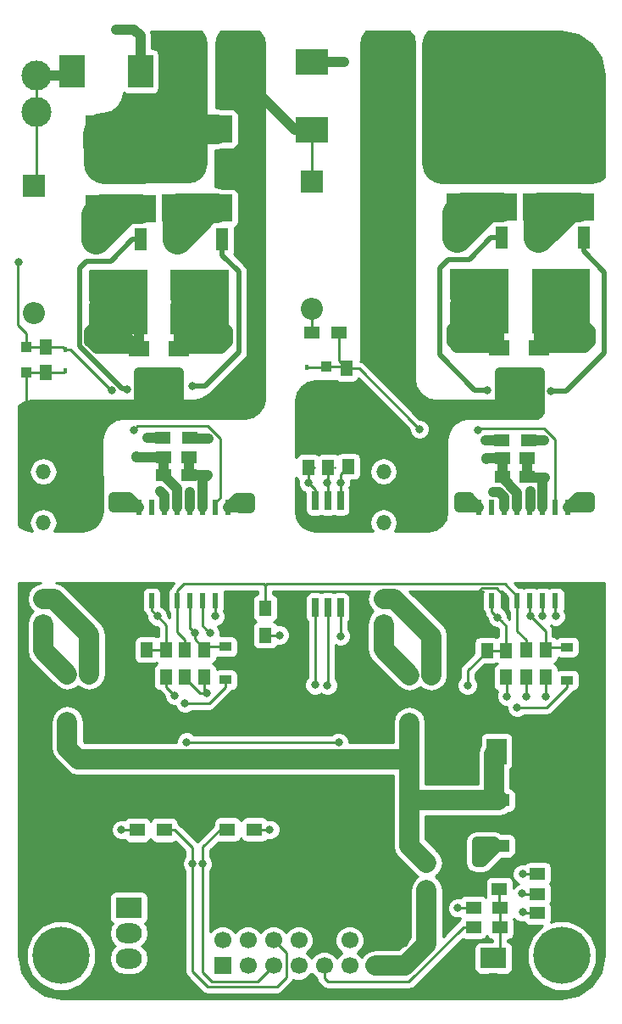
<source format=gtl>
G04 #@! TF.GenerationSoftware,KiCad,Pcbnew,no-vcs-found-e062780~61~ubuntu17.10.1*
G04 #@! TF.CreationDate,2018-01-03T14:28:22-05:00*
G04 #@! TF.ProjectId,ENNOID Dual Gate Driver,454E4E4F4944204475616C2047617465,rev?*
G04 #@! TF.SameCoordinates,Original*
G04 #@! TF.FileFunction,Copper,L1,Top,Signal*
G04 #@! TF.FilePolarity,Positive*
%FSLAX46Y46*%
G04 Gerber Fmt 4.6, Leading zero omitted, Abs format (unit mm)*
G04 Created by KiCad (PCBNEW no-vcs-found-e062780~61~ubuntu17.10.1) date Wed Jan  3 14:28:22 2018*
%MOMM*%
%LPD*%
G01*
G04 APERTURE LIST*
%ADD10C,5.700000*%
%ADD11C,1.700000*%
%ADD12R,1.700000X1.700000*%
%ADD13R,2.000000X2.500000*%
%ADD14R,1.500000X1.250000*%
%ADD15R,1.250000X1.500000*%
%ADD16R,1.200000X0.900000*%
%ADD17O,2.600000X2.000000*%
%ADD18R,2.600000X2.000000*%
%ADD19R,1.300000X1.500000*%
%ADD20R,1.500000X1.300000*%
%ADD21R,0.600000X1.500000*%
%ADD22R,3.050000X2.750000*%
%ADD23R,6.400000X5.800000*%
%ADD24R,2.200000X1.200000*%
%ADD25C,3.000000*%
%ADD26R,0.640000X1.905000*%
%ADD27R,0.950000X1.250000*%
%ADD28O,1.500000X1.500000*%
%ADD29R,1.500000X1.500000*%
%ADD30R,2.000000X1.600000*%
%ADD31R,1.000000X1.000000*%
%ADD32R,3.200000X2.700000*%
%ADD33R,0.450000X0.600000*%
%ADD34R,2.200000X2.200000*%
%ADD35O,2.200000X2.200000*%
%ADD36R,2.500000X3.300000*%
%ADD37R,3.300000X2.500000*%
%ADD38R,2.750000X3.050000*%
%ADD39R,5.800000X6.400000*%
%ADD40R,1.200000X2.200000*%
%ADD41C,0.800000*%
%ADD42C,0.250000*%
%ADD43C,1.000000*%
%ADD44C,2.000000*%
%ADD45C,3.000000*%
%ADD46C,0.500000*%
%ADD47C,0.254000*%
G04 APERTURE END LIST*
D10*
X55000000Y-93000000D03*
D11*
X38887400Y-91478100D03*
X38887400Y-94018100D03*
X36347400Y-91478100D03*
X36347400Y-94018100D03*
X33807400Y-91478100D03*
X33807400Y-94018100D03*
X31267400Y-91478100D03*
X31267400Y-94018100D03*
X28727400Y-91478100D03*
X28727400Y-94018100D03*
X26187400Y-91478100D03*
X26187400Y-94018100D03*
X23647400Y-91478100D03*
X23647400Y-94018100D03*
X21107400Y-91478100D03*
D12*
X21107400Y-94018100D03*
D13*
X52495200Y-72618600D03*
X48495200Y-72618600D03*
D14*
X48254600Y-75158600D03*
X50754600Y-75158600D03*
X52598000Y-84848700D03*
X55098000Y-84848700D03*
X55098000Y-86842600D03*
X52598000Y-86842600D03*
X15260000Y-43230800D03*
X17760000Y-43230800D03*
X17760000Y-45059600D03*
X15260000Y-45059600D03*
D15*
X3454400Y-34772600D03*
X3454400Y-32272600D03*
D14*
X51567400Y-45212000D03*
X49067400Y-45212000D03*
D15*
X33680400Y-41677600D03*
X33680400Y-44177600D03*
D14*
X52572600Y-88773000D03*
X55072600Y-88773000D03*
X46273400Y-86334600D03*
X48773400Y-86334600D03*
D16*
X21412200Y-62180200D03*
X21412200Y-65480200D03*
D17*
X11734800Y-95834200D03*
X11734800Y-93294200D03*
X11734800Y-90754200D03*
D18*
X11734800Y-88214200D03*
D17*
X48183800Y-95783400D03*
D18*
X48183800Y-93243400D03*
D19*
X15468600Y-65180200D03*
X15468600Y-62480200D03*
X19278600Y-65180200D03*
X19278600Y-62480200D03*
X13563600Y-65180200D03*
X13563600Y-62480200D03*
X17373600Y-62480200D03*
X17373600Y-65180200D03*
X49428400Y-62531000D03*
X49428400Y-65231000D03*
X53365400Y-62505600D03*
X53365400Y-65205600D03*
X47523400Y-62531000D03*
X47523400Y-65231000D03*
X51435000Y-62505600D03*
X51435000Y-65205600D03*
D20*
X30019000Y-30835600D03*
X32719000Y-30835600D03*
D19*
X31685800Y-44277600D03*
X31685800Y-41577600D03*
X29685800Y-41577600D03*
X29685800Y-44277600D03*
D20*
X48873400Y-90144600D03*
X46173400Y-90144600D03*
X48873400Y-88239600D03*
X46173400Y-88239600D03*
X21613400Y-80403800D03*
X24313400Y-80403800D03*
X12582605Y-80452572D03*
X15282605Y-80452572D03*
D19*
X41503600Y-86440000D03*
X41503600Y-83740000D03*
D21*
X21648200Y-57577600D03*
X20378200Y-57577600D03*
X19108200Y-57577600D03*
X17838200Y-57577600D03*
X16568200Y-57577600D03*
X15298200Y-57577600D03*
X14028200Y-57577600D03*
X12758200Y-57577600D03*
X12758200Y-48277600D03*
X14028200Y-48277600D03*
X15298200Y-48277600D03*
X16568200Y-48277600D03*
X17838200Y-48277600D03*
X19108200Y-48277600D03*
X20378200Y-48277600D03*
X21648200Y-48277600D03*
D22*
X53282400Y-81283600D03*
X56632400Y-78233600D03*
X53282400Y-78233600D03*
X56632400Y-81283600D03*
D23*
X54957400Y-79758600D03*
D24*
X48657400Y-82038600D03*
X48657400Y-79758600D03*
X48657400Y-77478600D03*
D25*
X22500000Y-6830000D03*
X22500000Y-3170000D03*
X2500000Y-5170000D03*
X2500000Y-8830000D03*
X16500000Y-6830000D03*
X16500000Y-3170000D03*
X43500000Y-6830000D03*
X43500000Y-3170000D03*
X37500000Y-3170000D03*
X37500000Y-6830000D03*
D26*
X32893000Y-47580100D03*
X31623000Y-47580100D03*
X30353000Y-47580100D03*
X29083000Y-47580100D03*
X29083000Y-58275100D03*
X30353000Y-58275100D03*
X31623000Y-58275100D03*
X32893000Y-58275100D03*
D27*
X5604000Y-69659600D03*
X7604000Y-69659600D03*
X7604000Y-64909600D03*
X5604000Y-64909600D03*
X39767000Y-64985800D03*
X41767000Y-64985800D03*
X41767000Y-69735800D03*
X39767000Y-69735800D03*
D28*
X3203200Y-44687600D03*
X3203200Y-47227600D03*
X3203200Y-49767600D03*
X3203200Y-57387600D03*
D29*
X3203200Y-59927600D03*
D28*
X37203200Y-44687600D03*
X37203200Y-47227600D03*
X37203200Y-49767600D03*
X37203200Y-57387600D03*
D29*
X37203200Y-59927600D03*
D19*
X25378800Y-61016400D03*
X25378800Y-58316400D03*
D30*
X12732000Y-32435800D03*
X16732000Y-32435800D03*
D14*
X49067400Y-43383200D03*
X51567400Y-43383200D03*
D15*
X33477200Y-36911600D03*
X33477200Y-34411600D03*
D30*
X52749200Y-32334200D03*
X48749200Y-32334200D03*
D31*
X1524000Y-32303400D03*
X1524000Y-34803400D03*
D16*
X55549800Y-65505600D03*
X55549800Y-62205600D03*
D31*
X31496000Y-36708400D03*
X31496000Y-34208400D03*
D20*
X17860000Y-41351200D03*
X15160000Y-41351200D03*
D32*
X9042400Y-18428000D03*
X9042400Y-10528000D03*
X12827000Y-10528000D03*
X12827000Y-18428000D03*
X20472400Y-18402600D03*
X20472400Y-10502600D03*
X16687800Y-10502600D03*
X16687800Y-18402600D03*
D20*
X48992800Y-41554400D03*
X51692800Y-41554400D03*
D32*
X48945800Y-10350200D03*
X48945800Y-18250200D03*
X45110400Y-18250200D03*
X45110400Y-10350200D03*
X52755800Y-18275600D03*
X52755800Y-10375600D03*
X56591200Y-10375600D03*
X56591200Y-18275600D03*
D33*
X5359400Y-34603400D03*
X5359400Y-32503400D03*
X29514800Y-34332200D03*
X29514800Y-36432200D03*
D21*
X55648200Y-57577600D03*
X54378200Y-57577600D03*
X53108200Y-57577600D03*
X51838200Y-57577600D03*
X50568200Y-57577600D03*
X49298200Y-57577600D03*
X48028200Y-57577600D03*
X46758200Y-57577600D03*
X46758200Y-48277600D03*
X48028200Y-48277600D03*
X49298200Y-48277600D03*
X50568200Y-48277600D03*
X51838200Y-48277600D03*
X53108200Y-48277600D03*
X54378200Y-48277600D03*
X55648200Y-48277600D03*
D34*
X2235200Y-16179800D03*
D35*
X2235200Y-28879800D03*
X30000000Y-28457800D03*
D34*
X30000000Y-15757800D03*
D36*
X6099600Y-4749800D03*
X12899600Y-4749800D03*
D37*
X30000000Y-3813600D03*
X30000000Y-10613600D03*
D38*
X9168400Y-26129800D03*
X12218400Y-29479800D03*
X12218400Y-26129800D03*
X9168400Y-29479800D03*
D39*
X10693400Y-27804800D03*
D40*
X8413400Y-21504800D03*
X12973400Y-21504800D03*
X21101400Y-21479400D03*
X16541400Y-21479400D03*
D39*
X18821400Y-27779400D03*
D38*
X17296400Y-29454400D03*
X20346400Y-26104400D03*
X20346400Y-29454400D03*
X17296400Y-26104400D03*
D40*
X49041400Y-21352400D03*
X44481400Y-21352400D03*
D39*
X46761400Y-27652400D03*
D38*
X45236400Y-29327400D03*
X48286400Y-25977400D03*
X48286400Y-29327400D03*
X45236400Y-25977400D03*
X53415200Y-26002800D03*
X56465200Y-29352800D03*
X56465200Y-26002800D03*
X53415200Y-29352800D03*
D39*
X54940200Y-27677800D03*
D40*
X52660200Y-21377800D03*
X57220200Y-21377800D03*
D10*
X5000000Y-93000000D03*
D41*
X11099800Y-57708800D03*
X57175400Y-57683400D03*
X45237400Y-57708800D03*
X37312600Y-87401400D03*
X30226000Y-87401400D03*
X27152600Y-59563000D03*
X27127200Y-57734200D03*
X23164800Y-57759600D03*
X46532800Y-83661000D03*
X46532800Y-82661000D03*
X53365402Y-67157600D03*
X51435000Y-67132200D03*
X20370800Y-59131200D03*
X54381400Y-59131200D03*
X19532600Y-66802000D03*
X44602400Y-88239600D03*
X51079400Y-88671400D03*
X51079400Y-84861400D03*
X51054000Y-86817200D03*
X46532800Y-81661000D03*
X32893000Y-61112400D03*
X16762000Y-34800000D03*
X15762000Y-34800000D03*
X14762000Y-34800000D03*
X13762000Y-34800000D03*
X12762000Y-34800000D03*
X7797800Y-31750000D03*
X10797800Y-31750000D03*
X9797800Y-31750000D03*
X8797800Y-31750000D03*
X12522200Y-43205400D03*
X23834600Y-47310800D03*
X22834600Y-47310800D03*
X23834600Y-48310800D03*
X10226800Y-47260000D03*
X11226800Y-47260000D03*
X10226800Y-48260000D03*
X21694400Y-31750000D03*
X20694400Y-31750000D03*
X19694400Y-31750000D03*
X18694400Y-31750000D03*
X22834600Y-48310800D03*
X11226800Y-48260000D03*
X46967400Y-31750000D03*
X45967400Y-31750000D03*
X44967400Y-31750000D03*
X44770800Y-47285400D03*
X44770800Y-48285400D03*
X57794400Y-47285400D03*
X56794400Y-47285400D03*
X57794400Y-48285400D03*
X45770800Y-47285400D03*
X57889400Y-31750000D03*
X56889400Y-31750000D03*
X55889400Y-31750000D03*
X17373598Y-67792600D03*
X14605000Y-59131200D03*
X16797800Y-14598400D03*
X15797800Y-14598400D03*
X14797800Y-14598400D03*
X13797800Y-14598400D03*
X12797800Y-14598400D03*
X11797800Y-14598400D03*
X10797800Y-14598400D03*
X9797800Y-14598400D03*
X8797800Y-14598400D03*
X7797800Y-14598400D03*
X16797800Y-13598400D03*
X15797800Y-13598400D03*
X14797800Y-13598400D03*
X13797800Y-13598400D03*
X12797800Y-13598400D03*
X11797800Y-13598400D03*
X10797800Y-13598400D03*
X9797800Y-13598400D03*
X8797800Y-13598400D03*
X7797800Y-13598400D03*
X16797800Y-12598400D03*
X15797800Y-12598400D03*
X14797800Y-12598400D03*
X13797800Y-12598400D03*
X12797800Y-12598400D03*
X11797800Y-12598400D03*
X10797800Y-12598400D03*
X9797800Y-12598400D03*
X8797800Y-12598400D03*
X7797800Y-12598400D03*
X48577500Y-59245500D03*
X45593000Y-66014600D03*
X50546000Y-68249800D03*
X57967400Y-14725400D03*
X56967400Y-14725400D03*
X55967400Y-14725400D03*
X54967400Y-14725400D03*
X53967400Y-14725400D03*
X52967400Y-14725400D03*
X51967400Y-14725400D03*
X50967400Y-14725400D03*
X49967400Y-14725400D03*
X48967400Y-14725400D03*
X47967400Y-14725400D03*
X46967400Y-14725400D03*
X45967400Y-14725400D03*
X44967400Y-14725400D03*
X43967400Y-14725400D03*
X57967400Y-13725400D03*
X56967400Y-13725400D03*
X55967400Y-13725400D03*
X54967400Y-13725400D03*
X53967400Y-13725400D03*
X52967400Y-13725400D03*
X51967400Y-13725400D03*
X50967400Y-13725400D03*
X49967400Y-13725400D03*
X48967400Y-13725400D03*
X47967400Y-13725400D03*
X46967400Y-13725400D03*
X45967400Y-13725400D03*
X44967400Y-13725400D03*
X43967400Y-13725400D03*
X57967400Y-12725400D03*
X56967400Y-12725400D03*
X55967400Y-12725400D03*
X54967400Y-12725400D03*
X53967400Y-12725400D03*
X52967400Y-12725400D03*
X51967400Y-12725400D03*
X50967400Y-12725400D03*
X49967400Y-12725400D03*
X48967400Y-12725400D03*
X47967400Y-12725400D03*
X46967400Y-12725400D03*
X45967400Y-12725400D03*
X44967400Y-12725400D03*
X43967400Y-12725400D03*
X32893000Y-45821600D03*
X29540200Y-39471600D03*
X51800000Y-34800000D03*
X52800000Y-34800000D03*
X50800000Y-34800000D03*
X48800000Y-34800000D03*
X49800000Y-34800000D03*
X47447200Y-43408600D03*
X43967400Y-31750000D03*
X56794400Y-48285400D03*
X45770800Y-48285400D03*
X54889400Y-31750000D03*
X17526000Y-71691500D03*
X16332200Y-67030600D03*
X32740600Y-71704200D03*
X49504600Y-67132200D03*
X53086000Y-59118500D03*
X19126200Y-83845400D03*
X19888200Y-60833000D03*
X30353000Y-65989200D03*
X31597600Y-66014600D03*
X31597600Y-45796200D03*
X29692600Y-45821600D03*
X25831800Y-80416400D03*
X11023600Y-80441800D03*
X26822400Y-61010800D03*
X51879500Y-59118500D03*
X18097500Y-83820000D03*
X18313400Y-60807600D03*
X19710400Y-41376600D03*
X19608800Y-45008800D03*
X10041552Y-36592848D03*
X12217400Y-40563800D03*
X762000Y-23774400D03*
X53238400Y-41529000D03*
X53314600Y-45262800D03*
X40792400Y-40462200D03*
X46634400Y-40563800D03*
X18135600Y-36144200D03*
X11582400Y-36474400D03*
X47523400Y-36550600D03*
X53900010Y-36652200D03*
X13614400Y-41300400D03*
X14884400Y-46659800D03*
X17830800Y-46710600D03*
X47421800Y-41554400D03*
X48133000Y-46710600D03*
X51841400Y-46685200D03*
X10515600Y-584200D03*
X33299400Y-3759200D03*
D42*
X48482400Y-56311800D02*
X49298200Y-57127600D01*
X46758200Y-57577600D02*
X46758200Y-56577600D01*
X46758200Y-56577600D02*
X47024000Y-56311800D01*
X47024000Y-56311800D02*
X48482400Y-56311800D01*
X49298200Y-57127600D02*
X49298200Y-57577600D01*
X19278600Y-65180200D02*
X19278600Y-66548000D01*
X19278600Y-66548000D02*
X19532600Y-66802000D01*
X17373600Y-65280200D02*
X18895400Y-66802000D01*
X17373600Y-65180200D02*
X17373600Y-65280200D01*
X18895400Y-66802000D02*
X18966915Y-66802000D01*
X18966915Y-66802000D02*
X19532600Y-66802000D01*
X19278600Y-65180200D02*
X19278600Y-65280200D01*
D43*
X46532800Y-83661000D02*
X46532800Y-81661000D01*
X46532800Y-83661000D02*
X47035000Y-83661000D01*
X47035000Y-83661000D02*
X48657400Y-82038600D01*
X46532800Y-82661000D02*
X48035000Y-82661000D01*
X48035000Y-82661000D02*
X48657400Y-82038600D01*
X46532800Y-81661000D02*
X48279800Y-81661000D01*
X48279800Y-81661000D02*
X48657400Y-82038600D01*
D42*
X53365400Y-65205600D02*
X53365400Y-67157598D01*
X53365400Y-67157598D02*
X53365402Y-67157600D01*
X51435000Y-65205600D02*
X51435000Y-67132200D01*
X20378200Y-59123800D02*
X20370800Y-59131200D01*
X20378200Y-57577600D02*
X20378200Y-59123800D01*
X54378200Y-59128000D02*
X54381400Y-59131200D01*
X54378200Y-57577600D02*
X54378200Y-59128000D01*
X46173400Y-88239600D02*
X44602400Y-88239600D01*
X51181000Y-88773000D02*
X51079400Y-88671400D01*
X52572600Y-88773000D02*
X51181000Y-88773000D01*
X52598000Y-84848700D02*
X51092100Y-84848700D01*
X51092100Y-84848700D02*
X51079400Y-84861400D01*
X51079400Y-86842600D02*
X51054000Y-86817200D01*
X52598000Y-86842600D02*
X51079400Y-86842600D01*
X32893000Y-58275100D02*
X32893000Y-61112400D01*
D44*
X3203200Y-59927600D02*
X3203200Y-62508800D01*
X3203200Y-62508800D02*
X5604000Y-64909600D01*
X4263860Y-57387600D02*
X7804008Y-60927748D01*
X3203200Y-57387600D02*
X4263860Y-57387600D01*
X7804008Y-60927748D02*
X7804008Y-63998326D01*
X7804008Y-63998326D02*
X7804008Y-64909600D01*
D42*
X1524000Y-45548400D02*
X1524000Y-35680400D01*
X3203200Y-47227600D02*
X1524000Y-45548400D01*
X1524000Y-35680400D02*
X1524000Y-34803400D01*
X3454400Y-34772600D02*
X5190200Y-34772600D01*
X5190200Y-34772600D02*
X5359400Y-34603400D01*
X1524000Y-34803400D02*
X3423600Y-34803400D01*
X3423600Y-34803400D02*
X3454400Y-34772600D01*
D43*
X15762000Y-34800000D02*
X15762000Y-38215600D01*
X15762000Y-38215600D02*
X15773400Y-38227000D01*
X14762000Y-34800000D02*
X14762000Y-38222400D01*
X14762000Y-38222400D02*
X14757400Y-38227000D01*
X12762000Y-34800000D02*
X16762000Y-34800000D01*
X12762000Y-38215800D02*
X16702000Y-38215800D01*
X12762000Y-34800000D02*
X12762000Y-38215800D01*
X16702000Y-38215800D02*
X16762000Y-38155800D01*
X16762000Y-38155800D02*
X16762000Y-34800000D01*
X13762000Y-34800000D02*
X13762000Y-38181000D01*
X10693400Y-27804800D02*
X10693400Y-30397200D01*
X10693400Y-30397200D02*
X12732000Y-32435800D01*
X10797800Y-31750000D02*
X12046200Y-31750000D01*
X12046200Y-31750000D02*
X12732000Y-32435800D01*
X12732000Y-32435800D02*
X11483600Y-32435800D01*
X11483600Y-32435800D02*
X10797800Y-31750000D01*
X7797800Y-31750000D02*
X7797800Y-30700400D01*
X7797800Y-30700400D02*
X10693400Y-27804800D01*
X10797800Y-31750000D02*
X7833410Y-31750000D01*
X12732000Y-32435800D02*
X12732000Y-29843400D01*
X12732000Y-29843400D02*
X10693400Y-27804800D01*
X8797800Y-31750000D02*
X8797800Y-29700400D01*
X8797800Y-29700400D02*
X10693400Y-27804800D01*
X9797800Y-31750000D02*
X9797800Y-28700400D01*
X9797800Y-28700400D02*
X10693400Y-27804800D01*
X10797800Y-31750000D02*
X10797800Y-27909200D01*
X10797800Y-27909200D02*
X10693400Y-27804800D01*
X12732000Y-32435800D02*
X8519210Y-32435800D01*
X8519210Y-32435800D02*
X7833410Y-31750000D01*
X15260000Y-43230800D02*
X12547600Y-43230800D01*
X12547600Y-43230800D02*
X12522200Y-43205400D01*
X16568200Y-48277600D02*
X16568200Y-46367800D01*
X16568200Y-46367800D02*
X15260000Y-45059600D01*
X15260000Y-43230800D02*
X15260000Y-45059600D01*
X22834600Y-47310800D02*
X22615000Y-47310800D01*
X22615000Y-47310800D02*
X21648200Y-48277600D01*
X23834600Y-47310800D02*
X22834600Y-47310800D01*
X23834600Y-48310800D02*
X23834600Y-47310800D01*
X22834600Y-48310800D02*
X23834600Y-48310800D01*
X11226800Y-48260000D02*
X11226800Y-47260000D01*
X11226800Y-47260000D02*
X11740600Y-47260000D01*
X11740600Y-47260000D02*
X12758200Y-48277600D01*
X10226800Y-47260000D02*
X11226800Y-47260000D01*
X10226800Y-48260000D02*
X10226800Y-47260000D01*
X11226800Y-48260000D02*
X10226800Y-48260000D01*
D44*
X18821400Y-29641800D02*
X17417800Y-31045400D01*
X17417800Y-31045400D02*
X17417800Y-31750000D01*
X18821400Y-27779400D02*
X18821400Y-29641800D01*
D43*
X18821400Y-27779400D02*
X18821400Y-30346400D01*
X18821400Y-30346400D02*
X16732000Y-32435800D01*
X16732000Y-32435800D02*
X16732000Y-29868800D01*
X16732000Y-29868800D02*
X18821400Y-27779400D01*
X21694400Y-31750000D02*
X17417800Y-31750000D01*
X17417800Y-31750000D02*
X16732000Y-32435800D01*
X20694400Y-31750000D02*
X20694400Y-29652400D01*
X20694400Y-29652400D02*
X18821400Y-27779400D01*
X19694400Y-31750000D02*
X19694400Y-28652400D01*
X19694400Y-28652400D02*
X18821400Y-27779400D01*
X18694400Y-31750000D02*
X18694400Y-27906400D01*
X18694400Y-27906400D02*
X18821400Y-27779400D01*
X16732000Y-32435800D02*
X21008600Y-32435800D01*
X21008600Y-32435800D02*
X21694400Y-31750000D01*
X21694400Y-31750000D02*
X21694400Y-30652400D01*
X21694400Y-30652400D02*
X18821400Y-27779400D01*
X22801400Y-48277600D02*
X22834600Y-48310800D01*
X21648200Y-48277600D02*
X22801400Y-48277600D01*
X11244400Y-48277600D02*
X11226800Y-48260000D01*
X12758200Y-48277600D02*
X11244400Y-48277600D01*
D44*
X37203200Y-59927600D02*
X37203200Y-62422000D01*
X37203200Y-62422000D02*
X39767000Y-64985800D01*
X38263860Y-57387600D02*
X41967008Y-61090748D01*
X41967008Y-61090748D02*
X41967008Y-64074526D01*
X37203200Y-57387600D02*
X38263860Y-57387600D01*
X41967008Y-64074526D02*
X41967008Y-64985800D01*
D43*
X52800000Y-38360600D02*
X52679600Y-38481000D01*
X52679600Y-38481000D02*
X52095400Y-38481000D01*
X50800000Y-34800000D02*
X50800000Y-38430200D01*
X52279800Y-38436800D02*
X52324000Y-38481000D01*
X48800000Y-38436800D02*
X52279800Y-38436800D01*
X52324000Y-38481000D02*
X48869600Y-38481000D01*
X48869600Y-38481000D02*
X48818800Y-38430200D01*
X51384200Y-38150800D02*
X51800000Y-37735000D01*
X52800000Y-34800000D02*
X52800000Y-37439600D01*
X52800000Y-37439600D02*
X52800000Y-38360600D01*
X51384200Y-38150800D02*
X52088800Y-38150800D01*
X52088800Y-38150800D02*
X52800000Y-37439600D01*
X52800000Y-38360600D02*
X50723800Y-38360600D01*
X50723800Y-38360600D02*
X49800000Y-37436800D01*
X50568200Y-46809000D02*
X49067400Y-45308200D01*
X50568200Y-48277600D02*
X50568200Y-46809000D01*
X49067400Y-45308200D02*
X49067400Y-45212000D01*
X46967400Y-31750000D02*
X48165000Y-31750000D01*
X48165000Y-31750000D02*
X48749200Y-32334200D01*
X48749200Y-31165800D02*
X48749200Y-29640200D01*
X48749200Y-32334200D02*
X48749200Y-31165800D01*
X48749200Y-31165800D02*
X45551600Y-31165800D01*
X45551600Y-31165800D02*
X44967400Y-31750000D01*
X46967400Y-31750000D02*
X46967400Y-27858400D01*
X46967400Y-27858400D02*
X46761400Y-27652400D01*
X45967400Y-31750000D02*
X45967400Y-28446400D01*
X45967400Y-28446400D02*
X46761400Y-27652400D01*
X44967400Y-31750000D02*
X44967400Y-29446400D01*
X44967400Y-29446400D02*
X46761400Y-27652400D01*
X48749200Y-32334200D02*
X44551600Y-32334200D01*
X44551600Y-32334200D02*
X43967400Y-31750000D01*
X48749200Y-29640200D02*
X46761400Y-27652400D01*
X43967400Y-31750000D02*
X43967400Y-30446400D01*
X43967400Y-30446400D02*
X46761400Y-27652400D01*
X44770800Y-47285400D02*
X45770800Y-47285400D01*
X44770800Y-48285400D02*
X44770800Y-47285400D01*
X45770800Y-48285400D02*
X44770800Y-48285400D01*
X56794400Y-47285400D02*
X56640400Y-47285400D01*
X56640400Y-47285400D02*
X55648200Y-48277600D01*
X57794400Y-47285400D02*
X56794400Y-47285400D01*
X57794400Y-48285400D02*
X57794400Y-47285400D01*
X56794400Y-48285400D02*
X57794400Y-48285400D01*
X45770800Y-47285400D02*
X45770800Y-47290200D01*
X45770800Y-47290200D02*
X46758200Y-48277600D01*
X52749200Y-31267400D02*
X52749200Y-29868800D01*
X52831801Y-31350001D02*
X52749200Y-31267400D01*
X52749200Y-32334200D02*
X52749200Y-31267400D01*
X54889400Y-31750000D02*
X54489401Y-31350001D01*
X54489401Y-31350001D02*
X52831801Y-31350001D01*
X54889400Y-31750000D02*
X54889400Y-27728600D01*
X54889400Y-27728600D02*
X54940200Y-27677800D01*
X55889400Y-31750000D02*
X55889400Y-28627000D01*
X55889400Y-28627000D02*
X54940200Y-27677800D01*
X56889400Y-31750000D02*
X56889400Y-29627000D01*
X56889400Y-29627000D02*
X54940200Y-27677800D01*
X57889400Y-31750000D02*
X57889400Y-30627000D01*
X57889400Y-30627000D02*
X54940200Y-27677800D01*
X52749200Y-32334200D02*
X57305200Y-32334200D01*
X57305200Y-32334200D02*
X57889400Y-31750000D01*
X52749200Y-29868800D02*
X54940200Y-27677800D01*
D42*
X21412200Y-66180200D02*
X19799800Y-67792600D01*
X19799800Y-67792600D02*
X17939283Y-67792600D01*
X17939283Y-67792600D02*
X17373598Y-67792600D01*
X21412200Y-65480200D02*
X21412200Y-66180200D01*
X13563600Y-62480200D02*
X15468600Y-62480200D01*
X15468600Y-62480200D02*
X15468600Y-59994800D01*
X15468600Y-59994800D02*
X14605000Y-59131200D01*
X14028200Y-58554400D02*
X14605000Y-59131200D01*
X14028200Y-57577600D02*
X14028200Y-58554400D01*
X14020800Y-57585000D02*
X14028200Y-57577600D01*
X49428400Y-62531000D02*
X49428400Y-60096400D01*
X49428400Y-60096400D02*
X48977499Y-59645499D01*
X48177501Y-58845501D02*
X48577500Y-59245500D01*
X48977499Y-59645499D02*
X48577500Y-59245500D01*
X48028200Y-57577600D02*
X48028200Y-58696200D01*
X48028200Y-58696200D02*
X48177501Y-58845501D01*
X47523400Y-62531000D02*
X47523400Y-62631000D01*
X47523400Y-62631000D02*
X45593000Y-64561400D01*
X45593000Y-65448915D02*
X45593000Y-66014600D01*
X45593000Y-64561400D02*
X45593000Y-65448915D01*
X55549800Y-66205600D02*
X53505600Y-68249800D01*
X53505600Y-68249800D02*
X50546000Y-68249800D01*
X55549800Y-65505600D02*
X55549800Y-66205600D01*
X47523400Y-62531000D02*
X49428400Y-62531000D01*
X49428400Y-62531000D02*
X49428400Y-62385600D01*
X32893000Y-47580100D02*
X32893000Y-45821600D01*
X32893000Y-45821600D02*
X32893000Y-44965000D01*
X32893000Y-44965000D02*
X33680400Y-44177600D01*
D43*
X24584600Y-6830000D02*
X28368200Y-10613600D01*
X28368200Y-10613600D02*
X30000000Y-10613600D01*
X22500000Y-6830000D02*
X24584600Y-6830000D01*
D42*
X30000000Y-10613600D02*
X30000000Y-12113600D01*
X30000000Y-12113600D02*
X30000000Y-15757800D01*
D43*
X51800000Y-37735000D02*
X51800000Y-34800000D01*
X48800000Y-38436800D02*
X49800000Y-37436800D01*
X49800000Y-37436800D02*
X49800000Y-34800000D01*
X48800000Y-34800000D02*
X48800000Y-38436800D01*
X48800000Y-34800000D02*
X52800000Y-34800000D01*
X47472600Y-43383200D02*
X47447200Y-43408600D01*
X49067400Y-43383200D02*
X47472600Y-43383200D01*
X49067400Y-45212000D02*
X49067400Y-43383200D01*
D42*
X56786600Y-48277600D02*
X56794400Y-48285400D01*
D43*
X55648200Y-48277600D02*
X56786600Y-48277600D01*
D42*
X45778600Y-48277600D02*
X45770800Y-48285400D01*
D43*
X46758200Y-48277600D02*
X45778600Y-48277600D01*
D42*
X55648200Y-48277600D02*
X55648200Y-47827600D01*
X49192400Y-45212000D02*
X49067400Y-45212000D01*
D45*
X20472400Y-10502600D02*
X16687800Y-10502600D01*
D42*
X32740600Y-71704200D02*
X17538700Y-71704200D01*
X17538700Y-71704200D02*
X17526000Y-71691500D01*
X15468600Y-65180200D02*
X15468600Y-66180200D01*
X16319000Y-67030600D02*
X16332200Y-67030600D01*
X15468600Y-66180200D02*
X16319000Y-67030600D01*
X15443200Y-65231000D02*
X15468600Y-65205600D01*
X49504600Y-67132200D02*
X49504600Y-65307200D01*
X49504600Y-65307200D02*
X49428400Y-65231000D01*
X49453800Y-65256400D02*
X49428400Y-65231000D01*
X48873400Y-90144600D02*
X48873400Y-92833200D01*
X48873400Y-92833200D02*
X48488600Y-93218000D01*
X48873400Y-88239600D02*
X48873400Y-90144600D01*
X48773400Y-86334600D02*
X48773400Y-88139600D01*
X48773400Y-88139600D02*
X48873400Y-88239600D01*
X2500000Y-8830000D02*
X2500000Y-5170000D01*
X2500000Y-8830000D02*
X2500000Y-15915000D01*
X2500000Y-15915000D02*
X2235200Y-16179800D01*
D43*
X2500000Y-5170000D02*
X5679400Y-5170000D01*
D42*
X5679400Y-5170000D02*
X6099600Y-4749800D01*
X30019000Y-30835600D02*
X30019000Y-28476800D01*
X30044400Y-28502200D02*
X30000000Y-28457800D01*
X30019000Y-28476800D02*
X30000000Y-28457800D01*
D44*
X41503600Y-89190000D02*
X41503600Y-86440000D01*
X41503600Y-91895902D02*
X41503600Y-89190000D01*
X38887400Y-94018100D02*
X39381402Y-94018100D01*
X39381402Y-94018100D02*
X41503600Y-91895902D01*
X36347400Y-94018100D02*
X38887400Y-94018100D01*
D42*
X31267400Y-95220181D02*
X31652819Y-95605600D01*
X31267400Y-94018100D02*
X31267400Y-95220181D01*
X31652819Y-95605600D02*
X39712400Y-95605600D01*
X39712400Y-95605600D02*
X45173400Y-90144600D01*
X45173400Y-90144600D02*
X46173400Y-90144600D01*
X53108200Y-57577600D02*
X53108200Y-59096300D01*
X53108200Y-59096300D02*
X53086000Y-59118500D01*
X20891400Y-80403800D02*
X19126200Y-82169000D01*
X21613400Y-80403800D02*
X20891400Y-80403800D01*
X19126200Y-82169000D02*
X19126200Y-83279715D01*
X19126200Y-83279715D02*
X19126200Y-83845400D01*
X19126200Y-94665800D02*
X19126200Y-84411085D01*
X19126200Y-84411085D02*
X19126200Y-83845400D01*
X20040600Y-95580200D02*
X19126200Y-94665800D01*
X24625300Y-95580200D02*
X20040600Y-95580200D01*
X26187400Y-94018100D02*
X24625300Y-95580200D01*
X19108200Y-57577600D02*
X19108200Y-60053000D01*
X19108200Y-60053000D02*
X19488201Y-60433001D01*
X19488201Y-60433001D02*
X19888200Y-60833000D01*
X21575200Y-80365600D02*
X21613400Y-80403800D01*
X53108200Y-57127600D02*
X53108200Y-57577600D01*
X19108200Y-57577600D02*
X19108200Y-57127600D01*
X21615400Y-80401800D02*
X21613400Y-80403800D01*
X30353000Y-65989200D02*
X30353000Y-58275100D01*
X31623000Y-58275100D02*
X31623000Y-65989200D01*
X31623000Y-65989200D02*
X31597600Y-66014600D01*
X23647400Y-91478100D02*
X23647400Y-90855800D01*
X31685800Y-44277600D02*
X31685800Y-45708000D01*
X31685800Y-45708000D02*
X31597600Y-45796200D01*
X31623000Y-45821600D02*
X31597600Y-45796200D01*
X31623000Y-47580100D02*
X31623000Y-45821600D01*
X32308800Y-44289600D02*
X32320800Y-44277600D01*
X30353000Y-47580100D02*
X30353000Y-46482000D01*
X30353000Y-46482000D02*
X29692600Y-45821600D01*
X29685800Y-45814800D02*
X29692600Y-45821600D01*
X29685800Y-44277600D02*
X29685800Y-45814800D01*
X30302200Y-44296200D02*
X30320800Y-44277600D01*
X25819200Y-80403800D02*
X25831800Y-80416400D01*
X24313400Y-80403800D02*
X25819200Y-80403800D01*
X11034372Y-80452572D02*
X11023600Y-80441800D01*
X12582605Y-80452572D02*
X11034372Y-80452572D01*
X26822400Y-61010800D02*
X25384400Y-61010800D01*
X25384400Y-61010800D02*
X25378800Y-61016400D01*
D44*
X48254600Y-75158600D02*
X48254600Y-77075800D01*
X48254600Y-77075800D02*
X48657400Y-77478600D01*
X48254600Y-75158600D02*
X48254600Y-72859200D01*
X48254600Y-72859200D02*
X48495200Y-72618600D01*
X48657400Y-77478600D02*
X39783800Y-77478600D01*
X39783800Y-77478600D02*
X39767000Y-77495400D01*
X39767000Y-77495400D02*
X39767000Y-73380600D01*
X39767000Y-82003400D02*
X39767000Y-77495400D01*
X39767000Y-73380600D02*
X39767000Y-69735800D01*
X5604000Y-72284600D02*
X6700000Y-73380600D01*
X5604000Y-69659600D02*
X5604000Y-72284600D01*
X6700000Y-73380600D02*
X39767000Y-73380600D01*
X41503600Y-83740000D02*
X39767000Y-82003400D01*
D42*
X52279499Y-59518499D02*
X51879500Y-59118500D01*
X53365400Y-60604400D02*
X52279499Y-59518499D01*
X53365400Y-62505600D02*
X53365400Y-60604400D01*
X51838200Y-59077200D02*
X51879500Y-59118500D01*
X51838200Y-57577600D02*
X51838200Y-59077200D01*
X16317572Y-80452572D02*
X18097500Y-82232500D01*
X15282605Y-80452572D02*
X16317572Y-80452572D01*
X18097500Y-82232500D02*
X18097500Y-83820000D01*
X18097500Y-94566022D02*
X18097500Y-84385685D01*
X27457400Y-92748100D02*
X27457400Y-95148400D01*
X26187400Y-91478100D02*
X27457400Y-92748100D01*
X18097500Y-84385685D02*
X18097500Y-83820000D01*
X19594278Y-96062800D02*
X18097500Y-94566022D01*
X26543000Y-96062800D02*
X19594278Y-96062800D01*
X27457400Y-95148400D02*
X26543000Y-96062800D01*
X19278600Y-62380200D02*
X18313400Y-61415000D01*
X19278600Y-62480200D02*
X19278600Y-62380200D01*
X17838200Y-57577600D02*
X17838200Y-60332400D01*
X17913401Y-60407601D02*
X18313400Y-60807600D01*
X17838200Y-60332400D02*
X17913401Y-60407601D01*
X18313400Y-61415000D02*
X18313400Y-60807600D01*
X17838200Y-58027600D02*
X17838200Y-57577600D01*
X21412200Y-62180200D02*
X19578600Y-62180200D01*
X19578600Y-62180200D02*
X19278600Y-62480200D01*
X15293377Y-80441800D02*
X15282605Y-80452572D01*
X15280605Y-80454572D02*
X15282605Y-80452572D01*
X55549800Y-62205600D02*
X53665400Y-62205600D01*
X53665400Y-62205600D02*
X53365400Y-62505600D01*
X16568200Y-56577600D02*
X17240400Y-55905400D01*
X16568200Y-57577600D02*
X16568200Y-56577600D01*
X17240400Y-55905400D02*
X25192010Y-55905400D01*
X25192010Y-55905400D02*
X25349200Y-56062590D01*
X25550001Y-55861789D02*
X49302389Y-55861789D01*
X25349200Y-56062590D02*
X25550001Y-55861789D01*
X49302389Y-55861789D02*
X50568200Y-57127600D01*
X50568200Y-57127600D02*
X50568200Y-57577600D01*
X51435000Y-61505600D02*
X50568200Y-60638800D01*
X51435000Y-62505600D02*
X51435000Y-61505600D01*
X50568200Y-60638800D02*
X50568200Y-58577600D01*
X50568200Y-58577600D02*
X50568200Y-57577600D01*
X16568200Y-58577600D02*
X16568200Y-57577600D01*
X17373600Y-61480200D02*
X16568200Y-60674800D01*
X17373600Y-62480200D02*
X17373600Y-61480200D01*
X16568200Y-60674800D02*
X16568200Y-58577600D01*
X25378800Y-58316400D02*
X25378800Y-56092190D01*
X25378800Y-56092190D02*
X25349200Y-56062590D01*
D43*
X19710400Y-41376600D02*
X17885400Y-41376600D01*
X17885400Y-41376600D02*
X17860000Y-41351200D01*
X19108200Y-48277600D02*
X19108200Y-45509400D01*
X19108200Y-45509400D02*
X19608800Y-45008800D01*
X17760000Y-43230800D02*
X17760000Y-45059600D01*
X19608800Y-45008800D02*
X17810800Y-45008800D01*
X17810800Y-45008800D02*
X17760000Y-45059600D01*
D42*
X685800Y-30080200D02*
X1524000Y-30918400D01*
X1524000Y-30918400D02*
X1524000Y-32303400D01*
X3454400Y-32272600D02*
X1554800Y-32272600D01*
X1554800Y-32272600D02*
X1524000Y-32303400D01*
X3454400Y-32272600D02*
X5128600Y-32272600D01*
X5128600Y-32272600D02*
X5359400Y-32503400D01*
X10008848Y-36592848D02*
X5919400Y-32503400D01*
X10041552Y-36592848D02*
X10008848Y-36592848D01*
X5919400Y-32503400D02*
X5359400Y-32503400D01*
X20378200Y-48277600D02*
X20378200Y-47827600D01*
X12617399Y-40163801D02*
X12217400Y-40563800D01*
X20378200Y-47827600D02*
X20928200Y-47277600D01*
X20928200Y-41427660D02*
X19664341Y-40163801D01*
X20928200Y-47277600D02*
X20928200Y-41427660D01*
X19664341Y-40163801D02*
X12617399Y-40163801D01*
X685800Y-23850600D02*
X762000Y-23774400D01*
X685800Y-30080200D02*
X685800Y-23850600D01*
X53213000Y-41554400D02*
X53238400Y-41529000D01*
D43*
X51692800Y-41554400D02*
X53213000Y-41554400D01*
X53108200Y-48277600D02*
X53108200Y-45469200D01*
X53108200Y-45469200D02*
X53314600Y-45262800D01*
X51567400Y-43383200D02*
X51567400Y-45212000D01*
X53314600Y-45262800D02*
X51618200Y-45262800D01*
D42*
X51618200Y-45262800D02*
X51567400Y-45212000D01*
X33477200Y-34411600D02*
X34741800Y-34411600D01*
X40392401Y-40062201D02*
X40792400Y-40462200D01*
X34741800Y-34411600D02*
X40392401Y-40062201D01*
X54378200Y-41487700D02*
X53276500Y-40386000D01*
X46812200Y-40386000D02*
X46736000Y-40462200D01*
X54378200Y-42254798D02*
X54378200Y-41487700D01*
X53276500Y-40386000D02*
X46812200Y-40386000D01*
X46736000Y-40462200D02*
X46634400Y-40563800D01*
X32719000Y-30835600D02*
X32719000Y-33653400D01*
X32719000Y-33653400D02*
X33477200Y-34411600D01*
X31496000Y-34208400D02*
X33274000Y-34208400D01*
X33274000Y-34208400D02*
X33477200Y-34411600D01*
X29514800Y-34332200D02*
X31372200Y-34332200D01*
X31372200Y-34332200D02*
X31496000Y-34208400D01*
X54378200Y-48277600D02*
X54378200Y-42254798D01*
X54378200Y-42254798D02*
X54330600Y-42207198D01*
D46*
X21101400Y-23079400D02*
X22758400Y-24736400D01*
X21101400Y-21479400D02*
X21101400Y-23079400D01*
X22758400Y-24736400D02*
X22758400Y-32791400D01*
X22758400Y-32791400D02*
X19405600Y-36144200D01*
X19405600Y-36144200D02*
X18135600Y-36144200D01*
X6832600Y-32181800D02*
X11099800Y-36449000D01*
X6832600Y-24384000D02*
X6832600Y-32181800D01*
X7543800Y-23672800D02*
X6832600Y-24384000D01*
X11557000Y-36449000D02*
X11582400Y-36474400D01*
X9955400Y-23672800D02*
X7543800Y-23672800D01*
X12973400Y-21504800D02*
X12123400Y-21504800D01*
X12123400Y-21504800D02*
X9955400Y-23672800D01*
X11099800Y-36449000D02*
X11557000Y-36449000D01*
D45*
X9042400Y-18428000D02*
X12827000Y-18428000D01*
X8413400Y-21504800D02*
X8413400Y-19057000D01*
X8413400Y-19057000D02*
X9042400Y-18428000D01*
X8413400Y-21504800D02*
X11490200Y-18428000D01*
X11490200Y-18428000D02*
X12827000Y-18428000D01*
X16541400Y-21479400D02*
X16541400Y-18549000D01*
X16541400Y-18549000D02*
X16687800Y-18402600D01*
X16541400Y-21479400D02*
X19618200Y-18402600D01*
X19618200Y-18402600D02*
X20472400Y-18402600D01*
X20472400Y-18402600D02*
X16687800Y-18402600D01*
D46*
X42799000Y-24384000D02*
X42799000Y-33020000D01*
X43662600Y-23520400D02*
X42799000Y-24384000D01*
X42799000Y-33020000D02*
X46329600Y-36550600D01*
X45773400Y-23520400D02*
X43662600Y-23520400D01*
X49041400Y-21352400D02*
X47941400Y-21352400D01*
X47941400Y-21352400D02*
X45773400Y-23520400D01*
X46329600Y-36550600D02*
X47523400Y-36550600D01*
X57220200Y-22727800D02*
X59283600Y-24791200D01*
X57220200Y-21377800D02*
X57220200Y-22727800D01*
X59283600Y-24791200D02*
X59283600Y-32849085D01*
X59283600Y-32849085D02*
X55480485Y-36652200D01*
X55480485Y-36652200D02*
X54465695Y-36652200D01*
X54465695Y-36652200D02*
X53900010Y-36652200D01*
D45*
X45110400Y-18250200D02*
X48945800Y-18250200D01*
X44481400Y-21352400D02*
X47583600Y-18250200D01*
X47583600Y-18250200D02*
X48945800Y-18250200D01*
X44481400Y-21352400D02*
X44481400Y-18879200D01*
X44481400Y-18879200D02*
X45110400Y-18250200D01*
X52755800Y-18275600D02*
X56591200Y-18275600D01*
X52660200Y-21377800D02*
X55762400Y-18275600D01*
X55762400Y-18275600D02*
X56591200Y-18275600D01*
X52660200Y-21377800D02*
X52660200Y-18371200D01*
X52660200Y-18371200D02*
X52755800Y-18275600D01*
D43*
X15160000Y-41351200D02*
X13665200Y-41351200D01*
X13665200Y-41351200D02*
X13614400Y-41300400D01*
X15298200Y-47073600D02*
X14884400Y-46659800D01*
X15298200Y-48277600D02*
X15298200Y-47073600D01*
X17838200Y-46718000D02*
X17830800Y-46710600D01*
X17838200Y-48277600D02*
X17838200Y-46718000D01*
X49298200Y-47266200D02*
X48742600Y-46710600D01*
X48742600Y-46710600D02*
X48133000Y-46710600D01*
X49298200Y-48277600D02*
X49298200Y-47266200D01*
X47421800Y-41554400D02*
X48992800Y-41554400D01*
X51841400Y-46685200D02*
X51841400Y-48274400D01*
D42*
X51841400Y-48274400D02*
X51838200Y-48277600D01*
D43*
X12268200Y-584200D02*
X10515600Y-584200D01*
X12899600Y-4749800D02*
X12899600Y-1215600D01*
X12899600Y-1215600D02*
X12268200Y-584200D01*
D42*
X10617200Y-685800D02*
X10515600Y-584200D01*
X33245000Y-3813600D02*
X33299400Y-3759200D01*
D43*
X30000000Y-3813600D02*
X33245000Y-3813600D01*
D47*
G36*
X40165593Y-1296274D02*
X40308447Y-2020998D01*
X40285760Y-35459606D01*
X40287315Y-35479507D01*
X40385110Y-36098616D01*
X40397404Y-36136471D01*
X40682024Y-36694907D01*
X40705431Y-36727098D01*
X41148922Y-37170015D01*
X41181142Y-37193380D01*
X41739946Y-37477277D01*
X41777817Y-37489521D01*
X42397052Y-37586515D01*
X42416955Y-37588045D01*
X47299751Y-37578414D01*
X47316623Y-37585420D01*
X47728371Y-37585779D01*
X47748337Y-37577529D01*
X52238049Y-37568674D01*
X52529926Y-37614372D01*
X52784311Y-37743544D01*
X52986250Y-37945086D01*
X53115926Y-38199218D01*
X53160612Y-38480998D01*
X53115921Y-38762684D01*
X52986240Y-39016700D01*
X52784302Y-39218106D01*
X52529942Y-39347118D01*
X52238132Y-39392626D01*
X45668212Y-39375291D01*
X45648308Y-39376808D01*
X45029013Y-39473388D01*
X44991134Y-39485607D01*
X44432144Y-39769127D01*
X44399908Y-39792470D01*
X43956124Y-40235085D01*
X43932696Y-40267260D01*
X43647701Y-40825500D01*
X43635382Y-40863346D01*
X43537169Y-41482384D01*
X43535600Y-41502284D01*
X43535600Y-48711291D01*
X43390727Y-49439614D01*
X42985252Y-50046452D01*
X42378414Y-50451927D01*
X41650091Y-50596800D01*
X38309999Y-50596800D01*
X38509907Y-50297617D01*
X38615334Y-49767600D01*
X38509907Y-49237583D01*
X38209677Y-48788257D01*
X37760351Y-48488027D01*
X37230334Y-48382600D01*
X37176066Y-48382600D01*
X36646049Y-48488027D01*
X36196723Y-48788257D01*
X35896493Y-49237583D01*
X35791066Y-49767600D01*
X35896493Y-50297617D01*
X36096401Y-50596800D01*
X30312329Y-50596800D01*
X29722822Y-50503229D01*
X29200296Y-50236326D01*
X28786101Y-49820742D01*
X28520952Y-49297326D01*
X28429356Y-48707506D01*
X28440838Y-45280146D01*
X28577991Y-45485409D01*
X28682516Y-45555251D01*
X28657780Y-45614823D01*
X28657421Y-46026571D01*
X28814658Y-46407115D01*
X29105554Y-46698519D01*
X29385560Y-46814787D01*
X29385560Y-48532600D01*
X29434843Y-48780365D01*
X29575191Y-48990409D01*
X29785235Y-49130757D01*
X30033000Y-49180040D01*
X30673000Y-49180040D01*
X30920765Y-49130757D01*
X30988000Y-49085832D01*
X31055235Y-49130757D01*
X31303000Y-49180040D01*
X31943000Y-49180040D01*
X32190765Y-49130757D01*
X32258000Y-49085832D01*
X32325235Y-49130757D01*
X32573000Y-49180040D01*
X33213000Y-49180040D01*
X33460765Y-49130757D01*
X33670809Y-48990409D01*
X33811157Y-48780365D01*
X33860440Y-48532600D01*
X33860440Y-46627600D01*
X33811157Y-46379835D01*
X33793102Y-46352814D01*
X33927820Y-46028377D01*
X33928179Y-45616629D01*
X33910995Y-45575040D01*
X34305400Y-45575040D01*
X34553165Y-45525757D01*
X34763209Y-45385409D01*
X34903557Y-45175365D01*
X34952840Y-44927600D01*
X34952840Y-44687600D01*
X35791066Y-44687600D01*
X35896493Y-45217617D01*
X36196723Y-45666943D01*
X36646049Y-45967173D01*
X37176066Y-46072600D01*
X37230334Y-46072600D01*
X37760351Y-45967173D01*
X38209677Y-45666943D01*
X38509907Y-45217617D01*
X38615334Y-44687600D01*
X38509907Y-44157583D01*
X38209677Y-43708257D01*
X37760351Y-43408027D01*
X37230334Y-43302600D01*
X37176066Y-43302600D01*
X36646049Y-43408027D01*
X36196723Y-43708257D01*
X35896493Y-44157583D01*
X35791066Y-44687600D01*
X34952840Y-44687600D01*
X34952840Y-43427600D01*
X34903557Y-43179835D01*
X34763209Y-42969791D01*
X34553165Y-42829443D01*
X34305400Y-42780160D01*
X33055400Y-42780160D01*
X32807635Y-42829443D01*
X32620770Y-42954303D01*
X32583565Y-42929443D01*
X32335800Y-42880160D01*
X31035800Y-42880160D01*
X30788035Y-42929443D01*
X30685800Y-42997755D01*
X30583565Y-42929443D01*
X30335800Y-42880160D01*
X29035800Y-42880160D01*
X28788035Y-42929443D01*
X28577991Y-43069791D01*
X28447588Y-43264951D01*
X28466679Y-37566211D01*
X28613378Y-36839841D01*
X29019269Y-36235127D01*
X29625341Y-35831264D01*
X30352192Y-35687000D01*
X32495547Y-35687000D01*
X32604435Y-35759757D01*
X32852200Y-35809040D01*
X34102200Y-35809040D01*
X34349965Y-35759757D01*
X34560009Y-35619409D01*
X34686100Y-35430702D01*
X39757365Y-40501967D01*
X39757221Y-40667171D01*
X39914458Y-41047715D01*
X40205354Y-41339119D01*
X40585623Y-41497020D01*
X40997371Y-41497379D01*
X41377915Y-41340142D01*
X41669319Y-41049246D01*
X41827220Y-40668977D01*
X41827579Y-40257229D01*
X41670342Y-39876685D01*
X41379446Y-39585281D01*
X40999177Y-39427380D01*
X40832236Y-39427234D01*
X35279201Y-33874199D01*
X35032639Y-33709452D01*
X34906062Y-33684274D01*
X34925380Y-33587787D01*
X34927851Y-33563036D01*
X34972909Y-2000210D01*
X35067833Y-1409275D01*
X35336882Y-886066D01*
X35489545Y-735000D01*
X39793665Y-735000D01*
X40165593Y-1296274D01*
X40165593Y-1296274D01*
G37*
X40165593Y-1296274D02*
X40308447Y-2020998D01*
X40285760Y-35459606D01*
X40287315Y-35479507D01*
X40385110Y-36098616D01*
X40397404Y-36136471D01*
X40682024Y-36694907D01*
X40705431Y-36727098D01*
X41148922Y-37170015D01*
X41181142Y-37193380D01*
X41739946Y-37477277D01*
X41777817Y-37489521D01*
X42397052Y-37586515D01*
X42416955Y-37588045D01*
X47299751Y-37578414D01*
X47316623Y-37585420D01*
X47728371Y-37585779D01*
X47748337Y-37577529D01*
X52238049Y-37568674D01*
X52529926Y-37614372D01*
X52784311Y-37743544D01*
X52986250Y-37945086D01*
X53115926Y-38199218D01*
X53160612Y-38480998D01*
X53115921Y-38762684D01*
X52986240Y-39016700D01*
X52784302Y-39218106D01*
X52529942Y-39347118D01*
X52238132Y-39392626D01*
X45668212Y-39375291D01*
X45648308Y-39376808D01*
X45029013Y-39473388D01*
X44991134Y-39485607D01*
X44432144Y-39769127D01*
X44399908Y-39792470D01*
X43956124Y-40235085D01*
X43932696Y-40267260D01*
X43647701Y-40825500D01*
X43635382Y-40863346D01*
X43537169Y-41482384D01*
X43535600Y-41502284D01*
X43535600Y-48711291D01*
X43390727Y-49439614D01*
X42985252Y-50046452D01*
X42378414Y-50451927D01*
X41650091Y-50596800D01*
X38309999Y-50596800D01*
X38509907Y-50297617D01*
X38615334Y-49767600D01*
X38509907Y-49237583D01*
X38209677Y-48788257D01*
X37760351Y-48488027D01*
X37230334Y-48382600D01*
X37176066Y-48382600D01*
X36646049Y-48488027D01*
X36196723Y-48788257D01*
X35896493Y-49237583D01*
X35791066Y-49767600D01*
X35896493Y-50297617D01*
X36096401Y-50596800D01*
X30312329Y-50596800D01*
X29722822Y-50503229D01*
X29200296Y-50236326D01*
X28786101Y-49820742D01*
X28520952Y-49297326D01*
X28429356Y-48707506D01*
X28440838Y-45280146D01*
X28577991Y-45485409D01*
X28682516Y-45555251D01*
X28657780Y-45614823D01*
X28657421Y-46026571D01*
X28814658Y-46407115D01*
X29105554Y-46698519D01*
X29385560Y-46814787D01*
X29385560Y-48532600D01*
X29434843Y-48780365D01*
X29575191Y-48990409D01*
X29785235Y-49130757D01*
X30033000Y-49180040D01*
X30673000Y-49180040D01*
X30920765Y-49130757D01*
X30988000Y-49085832D01*
X31055235Y-49130757D01*
X31303000Y-49180040D01*
X31943000Y-49180040D01*
X32190765Y-49130757D01*
X32258000Y-49085832D01*
X32325235Y-49130757D01*
X32573000Y-49180040D01*
X33213000Y-49180040D01*
X33460765Y-49130757D01*
X33670809Y-48990409D01*
X33811157Y-48780365D01*
X33860440Y-48532600D01*
X33860440Y-46627600D01*
X33811157Y-46379835D01*
X33793102Y-46352814D01*
X33927820Y-46028377D01*
X33928179Y-45616629D01*
X33910995Y-45575040D01*
X34305400Y-45575040D01*
X34553165Y-45525757D01*
X34763209Y-45385409D01*
X34903557Y-45175365D01*
X34952840Y-44927600D01*
X34952840Y-44687600D01*
X35791066Y-44687600D01*
X35896493Y-45217617D01*
X36196723Y-45666943D01*
X36646049Y-45967173D01*
X37176066Y-46072600D01*
X37230334Y-46072600D01*
X37760351Y-45967173D01*
X38209677Y-45666943D01*
X38509907Y-45217617D01*
X38615334Y-44687600D01*
X38509907Y-44157583D01*
X38209677Y-43708257D01*
X37760351Y-43408027D01*
X37230334Y-43302600D01*
X37176066Y-43302600D01*
X36646049Y-43408027D01*
X36196723Y-43708257D01*
X35896493Y-44157583D01*
X35791066Y-44687600D01*
X34952840Y-44687600D01*
X34952840Y-43427600D01*
X34903557Y-43179835D01*
X34763209Y-42969791D01*
X34553165Y-42829443D01*
X34305400Y-42780160D01*
X33055400Y-42780160D01*
X32807635Y-42829443D01*
X32620770Y-42954303D01*
X32583565Y-42929443D01*
X32335800Y-42880160D01*
X31035800Y-42880160D01*
X30788035Y-42929443D01*
X30685800Y-42997755D01*
X30583565Y-42929443D01*
X30335800Y-42880160D01*
X29035800Y-42880160D01*
X28788035Y-42929443D01*
X28577991Y-43069791D01*
X28447588Y-43264951D01*
X28466679Y-37566211D01*
X28613378Y-36839841D01*
X29019269Y-36235127D01*
X29625341Y-35831264D01*
X30352192Y-35687000D01*
X32495547Y-35687000D01*
X32604435Y-35759757D01*
X32852200Y-35809040D01*
X34102200Y-35809040D01*
X34349965Y-35759757D01*
X34560009Y-35619409D01*
X34686100Y-35430702D01*
X39757365Y-40501967D01*
X39757221Y-40667171D01*
X39914458Y-41047715D01*
X40205354Y-41339119D01*
X40585623Y-41497020D01*
X40997371Y-41497379D01*
X41377915Y-41340142D01*
X41669319Y-41049246D01*
X41827220Y-40668977D01*
X41827579Y-40257229D01*
X41670342Y-39876685D01*
X41379446Y-39585281D01*
X40999177Y-39427380D01*
X40832236Y-39427234D01*
X35279201Y-33874199D01*
X35032639Y-33709452D01*
X34906062Y-33684274D01*
X34925380Y-33587787D01*
X34927851Y-33563036D01*
X34972909Y-2000210D01*
X35067833Y-1409275D01*
X35336882Y-886066D01*
X35489545Y-735000D01*
X39793665Y-735000D01*
X40165593Y-1296274D01*
G36*
X56626634Y-1072957D02*
X58005629Y-1994371D01*
X58927043Y-3373366D01*
X59265000Y-5072390D01*
X59265000Y-15288343D01*
X58715584Y-15654504D01*
X57988654Y-15798800D01*
X43008109Y-15798800D01*
X42279786Y-15653927D01*
X41672948Y-15248452D01*
X41267473Y-14641614D01*
X41122600Y-13913291D01*
X41122600Y-2072706D01*
X41266020Y-1347899D01*
X41667650Y-742895D01*
X41679339Y-735000D01*
X54927610Y-735000D01*
X56626634Y-1072957D01*
X56626634Y-1072957D01*
G37*
X56626634Y-1072957D02*
X58005629Y-1994371D01*
X58927043Y-3373366D01*
X59265000Y-5072390D01*
X59265000Y-15288343D01*
X58715584Y-15654504D01*
X57988654Y-15798800D01*
X43008109Y-15798800D01*
X42279786Y-15653927D01*
X41672948Y-15248452D01*
X41267473Y-14641614D01*
X41122600Y-13913291D01*
X41122600Y-2072706D01*
X41266020Y-1347899D01*
X41667650Y-742895D01*
X41679339Y-735000D01*
X54927610Y-735000D01*
X56626634Y-1072957D01*
G36*
X19097408Y-900009D02*
X19363224Y-1421702D01*
X19456400Y-2009992D01*
X19456400Y-13896123D01*
X19312275Y-14622640D01*
X18908773Y-15228539D01*
X18304539Y-15634524D01*
X17578616Y-15781632D01*
X9219536Y-15815961D01*
X8491947Y-15674623D01*
X7884142Y-15273088D01*
X7475812Y-14669831D01*
X7326316Y-13943875D01*
X7303969Y-10804084D01*
X7392227Y-10222772D01*
X7651980Y-9706637D01*
X8059098Y-9296611D01*
X8573367Y-9033193D01*
X9163956Y-8939222D01*
X9168732Y-8938369D01*
X9927770Y-8787671D01*
X9973481Y-8768775D01*
X10617380Y-8339541D01*
X10652406Y-8304616D01*
X11083494Y-7661957D01*
X11102522Y-7616299D01*
X11247872Y-6895081D01*
X11401835Y-6997957D01*
X11649600Y-7047240D01*
X14149600Y-7047240D01*
X14397365Y-6997957D01*
X14607409Y-6857609D01*
X14747757Y-6647565D01*
X14797040Y-6399800D01*
X14797040Y-3099800D01*
X14747757Y-2852035D01*
X14607409Y-2641991D01*
X14397365Y-2501643D01*
X14149600Y-2452360D01*
X14034600Y-2452360D01*
X14034600Y-1215600D01*
X13948203Y-781254D01*
X13917297Y-735000D01*
X18932399Y-735000D01*
X19097408Y-900009D01*
X19097408Y-900009D01*
G37*
X19097408Y-900009D02*
X19363224Y-1421702D01*
X19456400Y-2009992D01*
X19456400Y-13896123D01*
X19312275Y-14622640D01*
X18908773Y-15228539D01*
X18304539Y-15634524D01*
X17578616Y-15781632D01*
X9219536Y-15815961D01*
X8491947Y-15674623D01*
X7884142Y-15273088D01*
X7475812Y-14669831D01*
X7326316Y-13943875D01*
X7303969Y-10804084D01*
X7392227Y-10222772D01*
X7651980Y-9706637D01*
X8059098Y-9296611D01*
X8573367Y-9033193D01*
X9163956Y-8939222D01*
X9168732Y-8938369D01*
X9927770Y-8787671D01*
X9973481Y-8768775D01*
X10617380Y-8339541D01*
X10652406Y-8304616D01*
X11083494Y-7661957D01*
X11102522Y-7616299D01*
X11247872Y-6895081D01*
X11401835Y-6997957D01*
X11649600Y-7047240D01*
X14149600Y-7047240D01*
X14397365Y-6997957D01*
X14607409Y-6857609D01*
X14747757Y-6647565D01*
X14797040Y-6399800D01*
X14797040Y-3099800D01*
X14747757Y-2852035D01*
X14607409Y-2641991D01*
X14397365Y-2501643D01*
X14149600Y-2452360D01*
X14034600Y-2452360D01*
X14034600Y-1215600D01*
X13948203Y-781254D01*
X13917297Y-735000D01*
X18932399Y-735000D01*
X19097408Y-900009D01*
G36*
X24914008Y-900009D02*
X25179824Y-1421702D01*
X25273000Y-2009992D01*
X25273000Y-37484491D01*
X25128127Y-38212814D01*
X24722652Y-38819652D01*
X24115814Y-39225127D01*
X23387491Y-39370000D01*
X11199330Y-39370000D01*
X11179434Y-39371568D01*
X10560539Y-39469735D01*
X10522701Y-39482048D01*
X9964562Y-39766912D01*
X9932392Y-39790330D01*
X9489798Y-40233926D01*
X9466453Y-40266149D01*
X9182852Y-40824932D01*
X9170624Y-40862798D01*
X9073858Y-41481913D01*
X9072335Y-41501812D01*
X9088642Y-48709552D01*
X8996533Y-49298876D01*
X8731165Y-49821733D01*
X8317029Y-50236807D01*
X7794773Y-50503357D01*
X7205659Y-50596800D01*
X4309999Y-50596800D01*
X4509907Y-50297617D01*
X4615334Y-49767600D01*
X4509907Y-49237583D01*
X4209677Y-48788257D01*
X3760351Y-48488027D01*
X3230334Y-48382600D01*
X3176066Y-48382600D01*
X2646049Y-48488027D01*
X2196723Y-48788257D01*
X1896493Y-49237583D01*
X1791066Y-49767600D01*
X1896493Y-50297617D01*
X2096401Y-50596800D01*
X2009992Y-50596800D01*
X1421702Y-50503624D01*
X900009Y-50237808D01*
X735000Y-50072799D01*
X735000Y-44687600D01*
X1791066Y-44687600D01*
X1896493Y-45217617D01*
X2196723Y-45666943D01*
X2646049Y-45967173D01*
X3176066Y-46072600D01*
X3230334Y-46072600D01*
X3760351Y-45967173D01*
X4209677Y-45666943D01*
X4509907Y-45217617D01*
X4615334Y-44687600D01*
X4509907Y-44157583D01*
X4209677Y-43708257D01*
X3760351Y-43408027D01*
X3230334Y-43302600D01*
X3176066Y-43302600D01*
X2646049Y-43408027D01*
X2196723Y-43708257D01*
X1896493Y-44157583D01*
X1791066Y-44687600D01*
X735000Y-44687600D01*
X735000Y-38116317D01*
X1305020Y-37736343D01*
X2032064Y-37592000D01*
X9748877Y-37592000D01*
X9834775Y-37627668D01*
X10246523Y-37628027D01*
X10333715Y-37592000D01*
X18224941Y-37592000D01*
X18249666Y-37589570D01*
X19013520Y-37437955D01*
X19059223Y-37419068D01*
X19707264Y-36987211D01*
X19729845Y-36964703D01*
X19744275Y-36961833D01*
X20031390Y-36769990D01*
X23384187Y-33417192D01*
X23384190Y-33417190D01*
X23576033Y-33130075D01*
X23595422Y-33032600D01*
X23643401Y-32791400D01*
X23643400Y-32791395D01*
X23643400Y-24736405D01*
X23643401Y-24736400D01*
X23576033Y-24397726D01*
X23576033Y-24397725D01*
X23384190Y-24110610D01*
X23384187Y-24110608D01*
X22219924Y-22946344D01*
X22299557Y-22827165D01*
X22348840Y-22579400D01*
X22348840Y-20379400D01*
X22340447Y-20337205D01*
X22530209Y-20210409D01*
X22670557Y-20000365D01*
X22719840Y-19752600D01*
X22719840Y-17052600D01*
X22670557Y-16804835D01*
X22530209Y-16594791D01*
X22320165Y-16454443D01*
X22072400Y-16405160D01*
X21163962Y-16405160D01*
X20472400Y-16267600D01*
X20414843Y-16267600D01*
X20426735Y-12637600D01*
X20472400Y-12637600D01*
X21163962Y-12500040D01*
X22072400Y-12500040D01*
X22320165Y-12450757D01*
X22530209Y-12310409D01*
X22670557Y-12100365D01*
X22719840Y-11852600D01*
X22719840Y-9152600D01*
X22670557Y-8904835D01*
X22530209Y-8694791D01*
X22320165Y-8554443D01*
X22072400Y-8505160D01*
X21163962Y-8505160D01*
X20472400Y-8367600D01*
X20440723Y-8367600D01*
X20446988Y-6455292D01*
X20446989Y-6455089D01*
X20447000Y-6448537D01*
X20447000Y-2009992D01*
X20540176Y-1421702D01*
X20805992Y-900009D01*
X20971001Y-735000D01*
X24748999Y-735000D01*
X24914008Y-900009D01*
X24914008Y-900009D01*
G37*
X24914008Y-900009D02*
X25179824Y-1421702D01*
X25273000Y-2009992D01*
X25273000Y-37484491D01*
X25128127Y-38212814D01*
X24722652Y-38819652D01*
X24115814Y-39225127D01*
X23387491Y-39370000D01*
X11199330Y-39370000D01*
X11179434Y-39371568D01*
X10560539Y-39469735D01*
X10522701Y-39482048D01*
X9964562Y-39766912D01*
X9932392Y-39790330D01*
X9489798Y-40233926D01*
X9466453Y-40266149D01*
X9182852Y-40824932D01*
X9170624Y-40862798D01*
X9073858Y-41481913D01*
X9072335Y-41501812D01*
X9088642Y-48709552D01*
X8996533Y-49298876D01*
X8731165Y-49821733D01*
X8317029Y-50236807D01*
X7794773Y-50503357D01*
X7205659Y-50596800D01*
X4309999Y-50596800D01*
X4509907Y-50297617D01*
X4615334Y-49767600D01*
X4509907Y-49237583D01*
X4209677Y-48788257D01*
X3760351Y-48488027D01*
X3230334Y-48382600D01*
X3176066Y-48382600D01*
X2646049Y-48488027D01*
X2196723Y-48788257D01*
X1896493Y-49237583D01*
X1791066Y-49767600D01*
X1896493Y-50297617D01*
X2096401Y-50596800D01*
X2009992Y-50596800D01*
X1421702Y-50503624D01*
X900009Y-50237808D01*
X735000Y-50072799D01*
X735000Y-44687600D01*
X1791066Y-44687600D01*
X1896493Y-45217617D01*
X2196723Y-45666943D01*
X2646049Y-45967173D01*
X3176066Y-46072600D01*
X3230334Y-46072600D01*
X3760351Y-45967173D01*
X4209677Y-45666943D01*
X4509907Y-45217617D01*
X4615334Y-44687600D01*
X4509907Y-44157583D01*
X4209677Y-43708257D01*
X3760351Y-43408027D01*
X3230334Y-43302600D01*
X3176066Y-43302600D01*
X2646049Y-43408027D01*
X2196723Y-43708257D01*
X1896493Y-44157583D01*
X1791066Y-44687600D01*
X735000Y-44687600D01*
X735000Y-38116317D01*
X1305020Y-37736343D01*
X2032064Y-37592000D01*
X9748877Y-37592000D01*
X9834775Y-37627668D01*
X10246523Y-37628027D01*
X10333715Y-37592000D01*
X18224941Y-37592000D01*
X18249666Y-37589570D01*
X19013520Y-37437955D01*
X19059223Y-37419068D01*
X19707264Y-36987211D01*
X19729845Y-36964703D01*
X19744275Y-36961833D01*
X20031390Y-36769990D01*
X23384187Y-33417192D01*
X23384190Y-33417190D01*
X23576033Y-33130075D01*
X23595422Y-33032600D01*
X23643401Y-32791400D01*
X23643400Y-32791395D01*
X23643400Y-24736405D01*
X23643401Y-24736400D01*
X23576033Y-24397726D01*
X23576033Y-24397725D01*
X23384190Y-24110610D01*
X23384187Y-24110608D01*
X22219924Y-22946344D01*
X22299557Y-22827165D01*
X22348840Y-22579400D01*
X22348840Y-20379400D01*
X22340447Y-20337205D01*
X22530209Y-20210409D01*
X22670557Y-20000365D01*
X22719840Y-19752600D01*
X22719840Y-17052600D01*
X22670557Y-16804835D01*
X22530209Y-16594791D01*
X22320165Y-16454443D01*
X22072400Y-16405160D01*
X21163962Y-16405160D01*
X20472400Y-16267600D01*
X20414843Y-16267600D01*
X20426735Y-12637600D01*
X20472400Y-12637600D01*
X21163962Y-12500040D01*
X22072400Y-12500040D01*
X22320165Y-12450757D01*
X22530209Y-12310409D01*
X22670557Y-12100365D01*
X22719840Y-11852600D01*
X22719840Y-9152600D01*
X22670557Y-8904835D01*
X22530209Y-8694791D01*
X22320165Y-8554443D01*
X22072400Y-8505160D01*
X21163962Y-8505160D01*
X20472400Y-8367600D01*
X20440723Y-8367600D01*
X20446988Y-6455292D01*
X20446989Y-6455089D01*
X20447000Y-6448537D01*
X20447000Y-2009992D01*
X20540176Y-1421702D01*
X20805992Y-900009D01*
X20971001Y-735000D01*
X24748999Y-735000D01*
X24914008Y-900009D01*
G36*
X59265000Y-92927610D02*
X58927043Y-94626634D01*
X58005629Y-96005629D01*
X56626634Y-96927043D01*
X54927610Y-97265000D01*
X5072390Y-97265000D01*
X3373366Y-96927043D01*
X1994371Y-96005629D01*
X1072957Y-94626634D01*
X886683Y-93690168D01*
X1514397Y-93690168D01*
X2043838Y-94971515D01*
X3023329Y-95952716D01*
X4303749Y-96484394D01*
X5690168Y-96485603D01*
X6971515Y-95956162D01*
X7952716Y-94976671D01*
X8484394Y-93696251D01*
X8485603Y-92309832D01*
X7956162Y-91028485D01*
X7682356Y-90754200D01*
X9761891Y-90754200D01*
X9886348Y-91379887D01*
X10240771Y-91910320D01*
X10411205Y-92024200D01*
X10240771Y-92138080D01*
X9886348Y-92668513D01*
X9761891Y-93294200D01*
X9886348Y-93919887D01*
X10240771Y-94450320D01*
X10771204Y-94804743D01*
X11396891Y-94929200D01*
X12072709Y-94929200D01*
X12698396Y-94804743D01*
X13228829Y-94450320D01*
X13583252Y-93919887D01*
X13707709Y-93294200D01*
X13583252Y-92668513D01*
X13228829Y-92138080D01*
X13058395Y-92024200D01*
X13228829Y-91910320D01*
X13583252Y-91379887D01*
X13707709Y-90754200D01*
X13583252Y-90128513D01*
X13344398Y-89771041D01*
X13492609Y-89672009D01*
X13632957Y-89461965D01*
X13682240Y-89214200D01*
X13682240Y-87214200D01*
X13632957Y-86966435D01*
X13492609Y-86756391D01*
X13282565Y-86616043D01*
X13034800Y-86566760D01*
X10434800Y-86566760D01*
X10187035Y-86616043D01*
X9976991Y-86756391D01*
X9836643Y-86966435D01*
X9787360Y-87214200D01*
X9787360Y-89214200D01*
X9836643Y-89461965D01*
X9976991Y-89672009D01*
X10125202Y-89771041D01*
X9886348Y-90128513D01*
X9761891Y-90754200D01*
X7682356Y-90754200D01*
X6976671Y-90047284D01*
X5696251Y-89515606D01*
X4309832Y-89514397D01*
X3028485Y-90043838D01*
X2047284Y-91023329D01*
X1515606Y-92303749D01*
X1514397Y-93690168D01*
X886683Y-93690168D01*
X735000Y-92927610D01*
X735000Y-72284600D01*
X3968999Y-72284600D01*
X4093457Y-72910288D01*
X4447880Y-73440720D01*
X5543880Y-74536720D01*
X6074312Y-74891143D01*
X6700000Y-75015601D01*
X6700005Y-75015600D01*
X38132000Y-75015600D01*
X38132000Y-77495395D01*
X38131999Y-77495400D01*
X38132000Y-77495405D01*
X38132000Y-82003395D01*
X38131999Y-82003400D01*
X38256457Y-82629088D01*
X38610880Y-83159520D01*
X40347480Y-84896119D01*
X40372361Y-84912744D01*
X40395791Y-84947809D01*
X40605835Y-85088157D01*
X40615100Y-85090000D01*
X40605835Y-85091843D01*
X40395791Y-85232191D01*
X40372362Y-85267254D01*
X40347480Y-85283880D01*
X39993057Y-85814313D01*
X39868600Y-86440000D01*
X39868600Y-91218663D01*
X38704162Y-92383100D01*
X36347400Y-92383100D01*
X35721713Y-92507557D01*
X35191280Y-92861980D01*
X35014974Y-93125841D01*
X34649683Y-92759912D01*
X34621843Y-92748352D01*
X34647486Y-92737756D01*
X35065588Y-92320383D01*
X35292142Y-91774781D01*
X35292657Y-91184011D01*
X35067056Y-90638014D01*
X34649683Y-90219912D01*
X34104081Y-89993358D01*
X33513311Y-89992843D01*
X32967314Y-90218444D01*
X32549212Y-90635817D01*
X32322658Y-91181419D01*
X32322143Y-91772189D01*
X32547744Y-92318186D01*
X32965117Y-92736288D01*
X32992957Y-92747848D01*
X32967314Y-92758444D01*
X32549212Y-93175817D01*
X32537652Y-93203657D01*
X32527056Y-93178014D01*
X32109683Y-92759912D01*
X31564081Y-92533358D01*
X30973311Y-92532843D01*
X30427314Y-92758444D01*
X30009212Y-93175817D01*
X29997652Y-93203657D01*
X29987056Y-93178014D01*
X29569683Y-92759912D01*
X29541843Y-92748352D01*
X29567486Y-92737756D01*
X29985588Y-92320383D01*
X30212142Y-91774781D01*
X30212657Y-91184011D01*
X29987056Y-90638014D01*
X29569683Y-90219912D01*
X29024081Y-89993358D01*
X28433311Y-89992843D01*
X27887314Y-90218444D01*
X27469212Y-90635817D01*
X27457652Y-90663657D01*
X27447056Y-90638014D01*
X27029683Y-90219912D01*
X26484081Y-89993358D01*
X25893311Y-89992843D01*
X25347314Y-90218444D01*
X24929212Y-90635817D01*
X24917652Y-90663657D01*
X24907056Y-90638014D01*
X24489683Y-90219912D01*
X23944081Y-89993358D01*
X23353311Y-89992843D01*
X22807314Y-90218444D01*
X22389212Y-90635817D01*
X22377652Y-90663657D01*
X22367056Y-90638014D01*
X21949683Y-90219912D01*
X21404081Y-89993358D01*
X20813311Y-89992843D01*
X20267314Y-90218444D01*
X19886200Y-90598893D01*
X19886200Y-84549161D01*
X20003119Y-84432446D01*
X20161020Y-84052177D01*
X20161379Y-83640429D01*
X20004142Y-83259885D01*
X19886200Y-83141737D01*
X19886200Y-82483802D01*
X20701054Y-81668948D01*
X20863400Y-81701240D01*
X22363400Y-81701240D01*
X22611165Y-81651957D01*
X22821209Y-81511609D01*
X22961557Y-81301565D01*
X22963400Y-81292300D01*
X22965243Y-81301565D01*
X23105591Y-81511609D01*
X23315635Y-81651957D01*
X23563400Y-81701240D01*
X25063400Y-81701240D01*
X25311165Y-81651957D01*
X25521209Y-81511609D01*
X25575344Y-81430591D01*
X25625023Y-81451220D01*
X26036771Y-81451579D01*
X26417315Y-81294342D01*
X26708719Y-81003446D01*
X26866620Y-80623177D01*
X26866979Y-80211429D01*
X26709742Y-79830885D01*
X26418846Y-79539481D01*
X26038577Y-79381580D01*
X25626829Y-79381221D01*
X25588688Y-79396980D01*
X25521209Y-79295991D01*
X25311165Y-79155643D01*
X25063400Y-79106360D01*
X23563400Y-79106360D01*
X23315635Y-79155643D01*
X23105591Y-79295991D01*
X22965243Y-79506035D01*
X22963400Y-79515300D01*
X22961557Y-79506035D01*
X22821209Y-79295991D01*
X22611165Y-79155643D01*
X22363400Y-79106360D01*
X20863400Y-79106360D01*
X20615635Y-79155643D01*
X20405591Y-79295991D01*
X20265243Y-79506035D01*
X20215960Y-79753800D01*
X20215960Y-80004438D01*
X18588799Y-81631599D01*
X18581830Y-81642028D01*
X16854973Y-79915171D01*
X16679062Y-79797632D01*
X16630762Y-79554807D01*
X16490414Y-79344763D01*
X16280370Y-79204415D01*
X16032605Y-79155132D01*
X14532605Y-79155132D01*
X14284840Y-79204415D01*
X14074796Y-79344763D01*
X13934448Y-79554807D01*
X13932605Y-79564072D01*
X13930762Y-79554807D01*
X13790414Y-79344763D01*
X13580370Y-79204415D01*
X13332605Y-79155132D01*
X11832605Y-79155132D01*
X11584840Y-79204415D01*
X11374796Y-79344763D01*
X11310886Y-79440410D01*
X11230377Y-79406980D01*
X10818629Y-79406621D01*
X10438085Y-79563858D01*
X10146681Y-79854754D01*
X9988780Y-80235023D01*
X9988421Y-80646771D01*
X10145658Y-81027315D01*
X10436554Y-81318719D01*
X10816823Y-81476620D01*
X11228571Y-81476979D01*
X11299489Y-81447677D01*
X11374796Y-81560381D01*
X11584840Y-81700729D01*
X11832605Y-81750012D01*
X13332605Y-81750012D01*
X13580370Y-81700729D01*
X13790414Y-81560381D01*
X13930762Y-81350337D01*
X13932605Y-81341072D01*
X13934448Y-81350337D01*
X14074796Y-81560381D01*
X14284840Y-81700729D01*
X14532605Y-81750012D01*
X16032605Y-81750012D01*
X16280370Y-81700729D01*
X16406589Y-81616391D01*
X17337500Y-82547302D01*
X17337500Y-83116239D01*
X17220581Y-83232954D01*
X17062680Y-83613223D01*
X17062321Y-84024971D01*
X17219558Y-84405515D01*
X17337500Y-84523663D01*
X17337500Y-94566022D01*
X17395352Y-94856861D01*
X17560099Y-95103423D01*
X19056877Y-96600201D01*
X19303439Y-96764948D01*
X19594278Y-96822800D01*
X26543000Y-96822800D01*
X26833839Y-96764948D01*
X27080401Y-96600201D01*
X27994801Y-95685801D01*
X28159548Y-95439239D01*
X28168551Y-95393980D01*
X28430719Y-95502842D01*
X29021489Y-95503357D01*
X29567486Y-95277756D01*
X29985588Y-94860383D01*
X29997148Y-94832543D01*
X30007744Y-94858186D01*
X30425117Y-95276288D01*
X30526973Y-95318583D01*
X30565252Y-95511020D01*
X30729999Y-95757582D01*
X31115418Y-96143001D01*
X31361980Y-96307748D01*
X31652819Y-96365600D01*
X39712400Y-96365600D01*
X40003239Y-96307748D01*
X40249801Y-96143001D01*
X45070377Y-91322425D01*
X45175635Y-91392757D01*
X45423400Y-91442040D01*
X46923400Y-91442040D01*
X47171165Y-91392757D01*
X47381209Y-91252409D01*
X47521557Y-91042365D01*
X47523400Y-91033100D01*
X47525243Y-91042365D01*
X47665591Y-91252409D01*
X47875635Y-91392757D01*
X48113400Y-91440051D01*
X48113400Y-91595960D01*
X46883800Y-91595960D01*
X46636035Y-91645243D01*
X46425991Y-91785591D01*
X46285643Y-91995635D01*
X46236360Y-92243400D01*
X46236360Y-94243400D01*
X46285643Y-94491165D01*
X46425991Y-94701209D01*
X46636035Y-94841557D01*
X46883800Y-94890840D01*
X49483800Y-94890840D01*
X49731565Y-94841557D01*
X49941609Y-94701209D01*
X50081957Y-94491165D01*
X50131240Y-94243400D01*
X50131240Y-92243400D01*
X50081957Y-91995635D01*
X49941609Y-91785591D01*
X49731565Y-91645243D01*
X49633400Y-91625717D01*
X49633400Y-91440051D01*
X49871165Y-91392757D01*
X50081209Y-91252409D01*
X50221557Y-91042365D01*
X50270840Y-90794600D01*
X50270840Y-89494600D01*
X50229062Y-89284568D01*
X50492354Y-89548319D01*
X50872623Y-89706220D01*
X51265067Y-89706562D01*
X51364791Y-89855809D01*
X51574835Y-89996157D01*
X51822600Y-90045440D01*
X53026880Y-90045440D01*
X52047284Y-91023329D01*
X51515606Y-92303749D01*
X51514397Y-93690168D01*
X52043838Y-94971515D01*
X53023329Y-95952716D01*
X54303749Y-96484394D01*
X55690168Y-96485603D01*
X56971515Y-95956162D01*
X57952716Y-94976671D01*
X58484394Y-93696251D01*
X58485603Y-92309832D01*
X57956162Y-91028485D01*
X56976671Y-90047284D01*
X55696251Y-89515606D01*
X54309832Y-89514397D01*
X53893626Y-89686370D01*
X53920757Y-89645765D01*
X53970040Y-89398000D01*
X53970040Y-88148000D01*
X53920757Y-87900235D01*
X53871693Y-87826807D01*
X53946157Y-87715365D01*
X53995440Y-87467600D01*
X53995440Y-86217600D01*
X53946157Y-85969835D01*
X53863179Y-85845650D01*
X53946157Y-85721465D01*
X53995440Y-85473700D01*
X53995440Y-84223700D01*
X53946157Y-83975935D01*
X53805809Y-83765891D01*
X53595765Y-83625543D01*
X53348000Y-83576260D01*
X51848000Y-83576260D01*
X51600235Y-83625543D01*
X51390191Y-83765891D01*
X51335856Y-83847208D01*
X51286177Y-83826580D01*
X50874429Y-83826221D01*
X50493885Y-83983458D01*
X50202481Y-84274354D01*
X50044580Y-84654623D01*
X50044221Y-85066371D01*
X50201458Y-85446915D01*
X50492354Y-85738319D01*
X50723004Y-85834093D01*
X50468485Y-85939258D01*
X50177081Y-86230154D01*
X50170840Y-86245184D01*
X50170840Y-85709600D01*
X50121557Y-85461835D01*
X49981209Y-85251791D01*
X49771165Y-85111443D01*
X49523400Y-85062160D01*
X48023400Y-85062160D01*
X47775635Y-85111443D01*
X47565591Y-85251791D01*
X47425243Y-85461835D01*
X47375960Y-85709600D01*
X47375960Y-86959600D01*
X47422503Y-87193592D01*
X47381209Y-87131791D01*
X47171165Y-86991443D01*
X46923400Y-86942160D01*
X45423400Y-86942160D01*
X45175635Y-86991443D01*
X44965591Y-87131791D01*
X44893441Y-87239770D01*
X44809177Y-87204780D01*
X44397429Y-87204421D01*
X44016885Y-87361658D01*
X43725481Y-87652554D01*
X43567580Y-88032823D01*
X43567221Y-88444571D01*
X43724458Y-88825115D01*
X44015354Y-89116519D01*
X44395623Y-89274420D01*
X44807371Y-89274779D01*
X44820787Y-89269236D01*
X44775960Y-89494600D01*
X44775960Y-89513680D01*
X44635999Y-89607199D01*
X43138600Y-91104598D01*
X43138600Y-86440000D01*
X43014143Y-85814313D01*
X42659720Y-85283880D01*
X42634838Y-85267254D01*
X42611409Y-85232191D01*
X42401365Y-85091843D01*
X42392100Y-85090000D01*
X42401365Y-85088157D01*
X42611409Y-84947809D01*
X42634840Y-84912743D01*
X42659719Y-84896119D01*
X43014143Y-84365687D01*
X43138600Y-83740000D01*
X43014143Y-83114312D01*
X42659719Y-82583880D01*
X42618213Y-82542374D01*
X42611409Y-82532191D01*
X42601226Y-82525387D01*
X41736840Y-81661000D01*
X45397800Y-81661000D01*
X45397800Y-83661000D01*
X45484197Y-84095346D01*
X45730234Y-84463566D01*
X46098454Y-84709603D01*
X46532800Y-84796000D01*
X47035000Y-84796000D01*
X47469346Y-84709603D01*
X47837566Y-84463566D01*
X49015092Y-83286040D01*
X49757400Y-83286040D01*
X50005165Y-83236757D01*
X50215209Y-83096409D01*
X50355557Y-82886365D01*
X50404840Y-82638600D01*
X50404840Y-81438600D01*
X50355557Y-81190835D01*
X50215209Y-80980791D01*
X50005165Y-80840443D01*
X49757400Y-80791160D01*
X48981683Y-80791160D01*
X48913215Y-80745411D01*
X48714146Y-80612397D01*
X48279800Y-80526000D01*
X46532800Y-80526000D01*
X46098454Y-80612397D01*
X45730234Y-80858434D01*
X45484197Y-81226654D01*
X45397800Y-81661000D01*
X41736840Y-81661000D01*
X41402000Y-81326160D01*
X41402000Y-79113600D01*
X48657400Y-79113600D01*
X49283088Y-78989143D01*
X49434787Y-78887781D01*
X49676850Y-78726040D01*
X49757400Y-78726040D01*
X50005165Y-78676757D01*
X50215209Y-78536409D01*
X50355557Y-78326365D01*
X50404840Y-78078600D01*
X50404840Y-76878600D01*
X50355557Y-76630835D01*
X50215209Y-76420791D01*
X50005165Y-76280443D01*
X49889600Y-76257456D01*
X49889600Y-74368778D01*
X49953009Y-74326409D01*
X50093357Y-74116365D01*
X50142640Y-73868600D01*
X50142640Y-71368600D01*
X50093357Y-71120835D01*
X49953009Y-70910791D01*
X49742965Y-70770443D01*
X49495200Y-70721160D01*
X47495200Y-70721160D01*
X47247435Y-70770443D01*
X47037391Y-70910791D01*
X46897043Y-71120835D01*
X46847760Y-71368600D01*
X46847760Y-72078309D01*
X46744057Y-72233512D01*
X46619599Y-72859200D01*
X46619600Y-72859205D01*
X46619600Y-75843600D01*
X41402000Y-75843600D01*
X41402000Y-69735800D01*
X41277543Y-69110113D01*
X40923120Y-68579680D01*
X40392687Y-68225257D01*
X39767000Y-68100800D01*
X39141313Y-68225257D01*
X38610880Y-68579680D01*
X38256457Y-69110113D01*
X38132000Y-69735800D01*
X38132000Y-71745600D01*
X33775564Y-71745600D01*
X33775779Y-71499229D01*
X33618542Y-71118685D01*
X33327646Y-70827281D01*
X32947377Y-70669380D01*
X32535629Y-70669021D01*
X32155085Y-70826258D01*
X32036937Y-70944200D01*
X18242439Y-70944200D01*
X18113046Y-70814581D01*
X17732777Y-70656680D01*
X17321029Y-70656321D01*
X16940485Y-70813558D01*
X16649081Y-71104454D01*
X16491180Y-71484723D01*
X16490953Y-71745600D01*
X7377240Y-71745600D01*
X7239000Y-71607360D01*
X7239000Y-69659600D01*
X7114543Y-69033913D01*
X6760120Y-68503480D01*
X6229687Y-68149057D01*
X5604000Y-68024600D01*
X4978313Y-68149057D01*
X4447880Y-68503480D01*
X4093457Y-69033913D01*
X3969000Y-69659600D01*
X3969000Y-72284595D01*
X3968999Y-72284600D01*
X735000Y-72284600D01*
X735000Y-55803489D01*
X2952081Y-55802551D01*
X2577513Y-55877057D01*
X2047080Y-56231480D01*
X1692657Y-56761913D01*
X1568200Y-57387600D01*
X1692657Y-58013287D01*
X2047080Y-58543720D01*
X2152989Y-58614486D01*
X1995391Y-58719791D01*
X1855043Y-58929835D01*
X1818493Y-59113585D01*
X1692657Y-59301913D01*
X1568200Y-59927600D01*
X1568200Y-62508795D01*
X1568199Y-62508800D01*
X1692657Y-63134488D01*
X2047080Y-63664920D01*
X4447880Y-66065720D01*
X4978312Y-66420143D01*
X5604000Y-66544601D01*
X6229688Y-66420143D01*
X6704004Y-66103215D01*
X7178321Y-66420143D01*
X7804008Y-66544600D01*
X8429695Y-66420143D01*
X8960128Y-66065720D01*
X9314551Y-65535287D01*
X9439008Y-64909600D01*
X9439008Y-60927748D01*
X9314551Y-60302061D01*
X8960128Y-59771628D01*
X8960125Y-59771626D01*
X5419980Y-56231480D01*
X4889548Y-55877057D01*
X4511665Y-55801891D01*
X16274084Y-55796914D01*
X16030799Y-56040199D01*
X15866052Y-56286761D01*
X15855536Y-56339626D01*
X15810391Y-56369791D01*
X15670043Y-56579835D01*
X15620760Y-56827600D01*
X15620760Y-58327600D01*
X15670043Y-58575365D01*
X15808200Y-58782130D01*
X15808200Y-59259598D01*
X15640035Y-59091433D01*
X15640179Y-58926229D01*
X15482942Y-58545685D01*
X15192046Y-58254281D01*
X14975640Y-58164422D01*
X14975640Y-56827600D01*
X14926357Y-56579835D01*
X14786009Y-56369791D01*
X14575965Y-56229443D01*
X14328200Y-56180160D01*
X13728200Y-56180160D01*
X13480435Y-56229443D01*
X13270391Y-56369791D01*
X13130043Y-56579835D01*
X13080760Y-56827600D01*
X13080760Y-58327600D01*
X13130043Y-58575365D01*
X13270391Y-58785409D01*
X13320859Y-58819131D01*
X13326052Y-58845239D01*
X13490799Y-59091801D01*
X13569965Y-59170967D01*
X13569821Y-59336171D01*
X13727058Y-59716715D01*
X14017954Y-60008119D01*
X14398223Y-60166020D01*
X14565164Y-60166166D01*
X14708600Y-60309602D01*
X14708600Y-61104640D01*
X14570835Y-61132043D01*
X14516100Y-61168616D01*
X14461365Y-61132043D01*
X14213600Y-61082760D01*
X12913600Y-61082760D01*
X12665835Y-61132043D01*
X12455791Y-61272391D01*
X12315443Y-61482435D01*
X12266160Y-61730200D01*
X12266160Y-63230200D01*
X12315443Y-63477965D01*
X12455791Y-63688009D01*
X12665835Y-63828357D01*
X12913600Y-63877640D01*
X14213600Y-63877640D01*
X14461365Y-63828357D01*
X14516100Y-63791784D01*
X14570835Y-63828357D01*
X14580100Y-63830200D01*
X14570835Y-63832043D01*
X14360791Y-63972391D01*
X14220443Y-64182435D01*
X14171160Y-64430200D01*
X14171160Y-65930200D01*
X14220443Y-66177965D01*
X14360791Y-66388009D01*
X14570835Y-66528357D01*
X14818600Y-66577640D01*
X14837680Y-66577640D01*
X14931199Y-66717601D01*
X15297154Y-67083556D01*
X15297021Y-67235571D01*
X15454258Y-67616115D01*
X15745154Y-67907519D01*
X16125423Y-68065420D01*
X16366540Y-68065630D01*
X16495656Y-68378115D01*
X16786552Y-68669519D01*
X17166821Y-68827420D01*
X17578569Y-68827779D01*
X17959113Y-68670542D01*
X18077261Y-68552600D01*
X19799800Y-68552600D01*
X20090639Y-68494748D01*
X20337201Y-68330001D01*
X21949601Y-66717601D01*
X22047859Y-66570547D01*
X22259965Y-66528357D01*
X22470009Y-66388009D01*
X22599528Y-66194171D01*
X29317821Y-66194171D01*
X29475058Y-66574715D01*
X29765954Y-66866119D01*
X30146223Y-67024020D01*
X30557971Y-67024379D01*
X30938515Y-66867142D01*
X30962409Y-66843290D01*
X31010554Y-66891519D01*
X31390823Y-67049420D01*
X31802571Y-67049779D01*
X32183115Y-66892542D01*
X32474519Y-66601646D01*
X32632420Y-66221377D01*
X32632779Y-65809629D01*
X32475542Y-65429085D01*
X32383000Y-65336381D01*
X32383000Y-62021311D01*
X32686223Y-62147220D01*
X33097971Y-62147579D01*
X33478515Y-61990342D01*
X33769919Y-61699446D01*
X33927820Y-61319177D01*
X33928179Y-60907429D01*
X33770942Y-60526885D01*
X33653000Y-60408737D01*
X33653000Y-59697309D01*
X33670809Y-59685409D01*
X33811157Y-59475365D01*
X33860440Y-59227600D01*
X33860440Y-57322600D01*
X33811157Y-57074835D01*
X33670809Y-56864791D01*
X33460765Y-56724443D01*
X33213000Y-56675160D01*
X32573000Y-56675160D01*
X32325235Y-56724443D01*
X32258000Y-56769368D01*
X32190765Y-56724443D01*
X31943000Y-56675160D01*
X31303000Y-56675160D01*
X31055235Y-56724443D01*
X30988000Y-56769368D01*
X30920765Y-56724443D01*
X30673000Y-56675160D01*
X30033000Y-56675160D01*
X29785235Y-56724443D01*
X29575191Y-56864791D01*
X29434843Y-57074835D01*
X29385560Y-57322600D01*
X29385560Y-59227600D01*
X29434843Y-59475365D01*
X29575191Y-59685409D01*
X29593000Y-59697309D01*
X29593000Y-65285439D01*
X29476081Y-65402154D01*
X29318180Y-65782423D01*
X29317821Y-66194171D01*
X22599528Y-66194171D01*
X22610357Y-66177965D01*
X22659640Y-65930200D01*
X22659640Y-65030200D01*
X22610357Y-64782435D01*
X22470009Y-64572391D01*
X22259965Y-64432043D01*
X22012200Y-64382760D01*
X20812200Y-64382760D01*
X20575951Y-64429752D01*
X20526757Y-64182435D01*
X20386409Y-63972391D01*
X20176365Y-63832043D01*
X20167100Y-63830200D01*
X20176365Y-63828357D01*
X20386409Y-63688009D01*
X20526757Y-63477965D01*
X20575951Y-63230648D01*
X20812200Y-63277640D01*
X22012200Y-63277640D01*
X22259965Y-63228357D01*
X22470009Y-63088009D01*
X22610357Y-62877965D01*
X22659640Y-62630200D01*
X22659640Y-61730200D01*
X22610357Y-61482435D01*
X22470009Y-61272391D01*
X22259965Y-61132043D01*
X22012200Y-61082760D01*
X20905172Y-61082760D01*
X20923020Y-61039777D01*
X20923379Y-60628029D01*
X20766142Y-60247485D01*
X20653229Y-60134374D01*
X20956315Y-60009142D01*
X21247719Y-59718246D01*
X21405620Y-59337977D01*
X21405979Y-58926229D01*
X21266871Y-58589561D01*
X21276357Y-58575365D01*
X21325640Y-58327600D01*
X21325640Y-56827600D01*
X21293377Y-56665400D01*
X24618800Y-56665400D01*
X24618800Y-56940840D01*
X24481035Y-56968243D01*
X24270991Y-57108591D01*
X24130643Y-57318635D01*
X24081360Y-57566400D01*
X24081360Y-59066400D01*
X24130643Y-59314165D01*
X24270991Y-59524209D01*
X24481035Y-59664557D01*
X24490300Y-59666400D01*
X24481035Y-59668243D01*
X24270991Y-59808591D01*
X24130643Y-60018635D01*
X24081360Y-60266400D01*
X24081360Y-61766400D01*
X24130643Y-62014165D01*
X24270991Y-62224209D01*
X24481035Y-62364557D01*
X24728800Y-62413840D01*
X26028800Y-62413840D01*
X26276565Y-62364557D01*
X26486609Y-62224209D01*
X26608043Y-62042472D01*
X26615623Y-62045620D01*
X27027371Y-62045979D01*
X27407915Y-61888742D01*
X27699319Y-61597846D01*
X27857220Y-61217577D01*
X27857579Y-60805829D01*
X27700342Y-60425285D01*
X27409446Y-60133881D01*
X27029177Y-59975980D01*
X26617429Y-59975621D01*
X26602373Y-59981842D01*
X26486609Y-59808591D01*
X26276565Y-59668243D01*
X26267300Y-59666400D01*
X26276565Y-59664557D01*
X26486609Y-59524209D01*
X26626957Y-59314165D01*
X26676240Y-59066400D01*
X26676240Y-57566400D01*
X26626957Y-57318635D01*
X26486609Y-57108591D01*
X26276565Y-56968243D01*
X26138800Y-56940840D01*
X26138800Y-56621789D01*
X35786285Y-56621789D01*
X35692657Y-56761913D01*
X35568200Y-57387600D01*
X35692657Y-58013287D01*
X36047080Y-58543720D01*
X36152989Y-58614486D01*
X35995391Y-58719791D01*
X35855043Y-58929835D01*
X35818493Y-59113585D01*
X35692657Y-59301913D01*
X35568200Y-59927600D01*
X35568200Y-62421995D01*
X35568199Y-62422000D01*
X35692657Y-63047688D01*
X36047080Y-63578120D01*
X38610881Y-66141920D01*
X39141313Y-66496343D01*
X39767000Y-66620801D01*
X40392688Y-66496343D01*
X40867004Y-66179415D01*
X41341321Y-66496343D01*
X41967008Y-66620800D01*
X42592695Y-66496343D01*
X43123128Y-66141920D01*
X43477551Y-65611487D01*
X43602008Y-64985800D01*
X43602008Y-61090748D01*
X43578070Y-60970402D01*
X43477551Y-60465060D01*
X43314177Y-60220554D01*
X43123128Y-59934628D01*
X43123125Y-59934626D01*
X39810289Y-56621789D01*
X47121698Y-56621789D01*
X47080760Y-56827600D01*
X47080760Y-58327600D01*
X47130043Y-58575365D01*
X47270391Y-58785409D01*
X47288329Y-58797395D01*
X47326052Y-58987039D01*
X47490799Y-59233601D01*
X47542465Y-59285267D01*
X47542321Y-59450471D01*
X47699558Y-59831015D01*
X47990454Y-60122419D01*
X48370723Y-60280320D01*
X48537664Y-60280466D01*
X48668400Y-60411202D01*
X48668400Y-61155440D01*
X48530635Y-61182843D01*
X48475900Y-61219416D01*
X48421165Y-61182843D01*
X48173400Y-61133560D01*
X46873400Y-61133560D01*
X46625635Y-61182843D01*
X46415591Y-61323191D01*
X46275243Y-61533235D01*
X46225960Y-61781000D01*
X46225960Y-62853638D01*
X45055599Y-64023999D01*
X44890852Y-64270561D01*
X44833000Y-64561400D01*
X44833000Y-65310839D01*
X44716081Y-65427554D01*
X44558180Y-65807823D01*
X44557821Y-66219571D01*
X44715058Y-66600115D01*
X45005954Y-66891519D01*
X45386223Y-67049420D01*
X45797971Y-67049779D01*
X46178515Y-66892542D01*
X46469919Y-66601646D01*
X46627820Y-66221377D01*
X46628179Y-65809629D01*
X46470942Y-65429085D01*
X46353000Y-65310937D01*
X46353000Y-64876202D01*
X47300762Y-63928440D01*
X48173400Y-63928440D01*
X48421165Y-63879157D01*
X48475900Y-63842584D01*
X48530635Y-63879157D01*
X48539900Y-63881000D01*
X48530635Y-63882843D01*
X48320591Y-64023191D01*
X48180243Y-64233235D01*
X48130960Y-64481000D01*
X48130960Y-65981000D01*
X48180243Y-66228765D01*
X48320591Y-66438809D01*
X48530635Y-66579157D01*
X48607235Y-66594394D01*
X48469780Y-66925423D01*
X48469421Y-67337171D01*
X48626658Y-67717715D01*
X48917554Y-68009119D01*
X49297823Y-68167020D01*
X49511072Y-68167206D01*
X49510821Y-68454771D01*
X49668058Y-68835315D01*
X49958954Y-69126719D01*
X50339223Y-69284620D01*
X50750971Y-69284979D01*
X51131515Y-69127742D01*
X51249663Y-69009800D01*
X53505600Y-69009800D01*
X53796439Y-68951948D01*
X54043001Y-68787201D01*
X56087201Y-66743001D01*
X56185459Y-66595947D01*
X56397565Y-66553757D01*
X56607609Y-66413409D01*
X56747957Y-66203365D01*
X56797240Y-65955600D01*
X56797240Y-65055600D01*
X56747957Y-64807835D01*
X56607609Y-64597791D01*
X56397565Y-64457443D01*
X56149800Y-64408160D01*
X54949800Y-64408160D01*
X54702035Y-64457443D01*
X54662840Y-64483632D01*
X54662840Y-64455600D01*
X54613557Y-64207835D01*
X54473209Y-63997791D01*
X54263165Y-63857443D01*
X54253900Y-63855600D01*
X54263165Y-63853757D01*
X54473209Y-63713409D01*
X54613557Y-63503365D01*
X54662840Y-63255600D01*
X54662840Y-63227568D01*
X54702035Y-63253757D01*
X54949800Y-63303040D01*
X56149800Y-63303040D01*
X56397565Y-63253757D01*
X56607609Y-63113409D01*
X56747957Y-62903365D01*
X56797240Y-62655600D01*
X56797240Y-61755600D01*
X56747957Y-61507835D01*
X56607609Y-61297791D01*
X56397565Y-61157443D01*
X56149800Y-61108160D01*
X54949800Y-61108160D01*
X54702035Y-61157443D01*
X54491991Y-61297791D01*
X54482600Y-61311846D01*
X54473209Y-61297791D01*
X54263165Y-61157443D01*
X54125400Y-61130040D01*
X54125400Y-60604400D01*
X54067548Y-60313561D01*
X53902801Y-60066999D01*
X53879118Y-60043316D01*
X54174623Y-60166020D01*
X54586371Y-60166379D01*
X54966915Y-60009142D01*
X55258319Y-59718246D01*
X55416220Y-59337977D01*
X55416579Y-58926229D01*
X55273421Y-58579759D01*
X55276357Y-58575365D01*
X55325640Y-58327600D01*
X55325640Y-56827600D01*
X55276357Y-56579835D01*
X55136009Y-56369791D01*
X54925965Y-56229443D01*
X54678200Y-56180160D01*
X54078200Y-56180160D01*
X53830435Y-56229443D01*
X53743200Y-56287732D01*
X53655965Y-56229443D01*
X53408200Y-56180160D01*
X52808200Y-56180160D01*
X52560435Y-56229443D01*
X52473200Y-56287732D01*
X52385965Y-56229443D01*
X52138200Y-56180160D01*
X51538200Y-56180160D01*
X51290435Y-56229443D01*
X51203200Y-56287732D01*
X51115965Y-56229443D01*
X50868200Y-56180160D01*
X50695562Y-56180160D01*
X50297921Y-55782519D01*
X59265000Y-55778725D01*
X59265000Y-92927610D01*
X59265000Y-92927610D01*
G37*
X59265000Y-92927610D02*
X58927043Y-94626634D01*
X58005629Y-96005629D01*
X56626634Y-96927043D01*
X54927610Y-97265000D01*
X5072390Y-97265000D01*
X3373366Y-96927043D01*
X1994371Y-96005629D01*
X1072957Y-94626634D01*
X886683Y-93690168D01*
X1514397Y-93690168D01*
X2043838Y-94971515D01*
X3023329Y-95952716D01*
X4303749Y-96484394D01*
X5690168Y-96485603D01*
X6971515Y-95956162D01*
X7952716Y-94976671D01*
X8484394Y-93696251D01*
X8485603Y-92309832D01*
X7956162Y-91028485D01*
X7682356Y-90754200D01*
X9761891Y-90754200D01*
X9886348Y-91379887D01*
X10240771Y-91910320D01*
X10411205Y-92024200D01*
X10240771Y-92138080D01*
X9886348Y-92668513D01*
X9761891Y-93294200D01*
X9886348Y-93919887D01*
X10240771Y-94450320D01*
X10771204Y-94804743D01*
X11396891Y-94929200D01*
X12072709Y-94929200D01*
X12698396Y-94804743D01*
X13228829Y-94450320D01*
X13583252Y-93919887D01*
X13707709Y-93294200D01*
X13583252Y-92668513D01*
X13228829Y-92138080D01*
X13058395Y-92024200D01*
X13228829Y-91910320D01*
X13583252Y-91379887D01*
X13707709Y-90754200D01*
X13583252Y-90128513D01*
X13344398Y-89771041D01*
X13492609Y-89672009D01*
X13632957Y-89461965D01*
X13682240Y-89214200D01*
X13682240Y-87214200D01*
X13632957Y-86966435D01*
X13492609Y-86756391D01*
X13282565Y-86616043D01*
X13034800Y-86566760D01*
X10434800Y-86566760D01*
X10187035Y-86616043D01*
X9976991Y-86756391D01*
X9836643Y-86966435D01*
X9787360Y-87214200D01*
X9787360Y-89214200D01*
X9836643Y-89461965D01*
X9976991Y-89672009D01*
X10125202Y-89771041D01*
X9886348Y-90128513D01*
X9761891Y-90754200D01*
X7682356Y-90754200D01*
X6976671Y-90047284D01*
X5696251Y-89515606D01*
X4309832Y-89514397D01*
X3028485Y-90043838D01*
X2047284Y-91023329D01*
X1515606Y-92303749D01*
X1514397Y-93690168D01*
X886683Y-93690168D01*
X735000Y-92927610D01*
X735000Y-72284600D01*
X3968999Y-72284600D01*
X4093457Y-72910288D01*
X4447880Y-73440720D01*
X5543880Y-74536720D01*
X6074312Y-74891143D01*
X6700000Y-75015601D01*
X6700005Y-75015600D01*
X38132000Y-75015600D01*
X38132000Y-77495395D01*
X38131999Y-77495400D01*
X38132000Y-77495405D01*
X38132000Y-82003395D01*
X38131999Y-82003400D01*
X38256457Y-82629088D01*
X38610880Y-83159520D01*
X40347480Y-84896119D01*
X40372361Y-84912744D01*
X40395791Y-84947809D01*
X40605835Y-85088157D01*
X40615100Y-85090000D01*
X40605835Y-85091843D01*
X40395791Y-85232191D01*
X40372362Y-85267254D01*
X40347480Y-85283880D01*
X39993057Y-85814313D01*
X39868600Y-86440000D01*
X39868600Y-91218663D01*
X38704162Y-92383100D01*
X36347400Y-92383100D01*
X35721713Y-92507557D01*
X35191280Y-92861980D01*
X35014974Y-93125841D01*
X34649683Y-92759912D01*
X34621843Y-92748352D01*
X34647486Y-92737756D01*
X35065588Y-92320383D01*
X35292142Y-91774781D01*
X35292657Y-91184011D01*
X35067056Y-90638014D01*
X34649683Y-90219912D01*
X34104081Y-89993358D01*
X33513311Y-89992843D01*
X32967314Y-90218444D01*
X32549212Y-90635817D01*
X32322658Y-91181419D01*
X32322143Y-91772189D01*
X32547744Y-92318186D01*
X32965117Y-92736288D01*
X32992957Y-92747848D01*
X32967314Y-92758444D01*
X32549212Y-93175817D01*
X32537652Y-93203657D01*
X32527056Y-93178014D01*
X32109683Y-92759912D01*
X31564081Y-92533358D01*
X30973311Y-92532843D01*
X30427314Y-92758444D01*
X30009212Y-93175817D01*
X29997652Y-93203657D01*
X29987056Y-93178014D01*
X29569683Y-92759912D01*
X29541843Y-92748352D01*
X29567486Y-92737756D01*
X29985588Y-92320383D01*
X30212142Y-91774781D01*
X30212657Y-91184011D01*
X29987056Y-90638014D01*
X29569683Y-90219912D01*
X29024081Y-89993358D01*
X28433311Y-89992843D01*
X27887314Y-90218444D01*
X27469212Y-90635817D01*
X27457652Y-90663657D01*
X27447056Y-90638014D01*
X27029683Y-90219912D01*
X26484081Y-89993358D01*
X25893311Y-89992843D01*
X25347314Y-90218444D01*
X24929212Y-90635817D01*
X24917652Y-90663657D01*
X24907056Y-90638014D01*
X24489683Y-90219912D01*
X23944081Y-89993358D01*
X23353311Y-89992843D01*
X22807314Y-90218444D01*
X22389212Y-90635817D01*
X22377652Y-90663657D01*
X22367056Y-90638014D01*
X21949683Y-90219912D01*
X21404081Y-89993358D01*
X20813311Y-89992843D01*
X20267314Y-90218444D01*
X19886200Y-90598893D01*
X19886200Y-84549161D01*
X20003119Y-84432446D01*
X20161020Y-84052177D01*
X20161379Y-83640429D01*
X20004142Y-83259885D01*
X19886200Y-83141737D01*
X19886200Y-82483802D01*
X20701054Y-81668948D01*
X20863400Y-81701240D01*
X22363400Y-81701240D01*
X22611165Y-81651957D01*
X22821209Y-81511609D01*
X22961557Y-81301565D01*
X22963400Y-81292300D01*
X22965243Y-81301565D01*
X23105591Y-81511609D01*
X23315635Y-81651957D01*
X23563400Y-81701240D01*
X25063400Y-81701240D01*
X25311165Y-81651957D01*
X25521209Y-81511609D01*
X25575344Y-81430591D01*
X25625023Y-81451220D01*
X26036771Y-81451579D01*
X26417315Y-81294342D01*
X26708719Y-81003446D01*
X26866620Y-80623177D01*
X26866979Y-80211429D01*
X26709742Y-79830885D01*
X26418846Y-79539481D01*
X26038577Y-79381580D01*
X25626829Y-79381221D01*
X25588688Y-79396980D01*
X25521209Y-79295991D01*
X25311165Y-79155643D01*
X25063400Y-79106360D01*
X23563400Y-79106360D01*
X23315635Y-79155643D01*
X23105591Y-79295991D01*
X22965243Y-79506035D01*
X22963400Y-79515300D01*
X22961557Y-79506035D01*
X22821209Y-79295991D01*
X22611165Y-79155643D01*
X22363400Y-79106360D01*
X20863400Y-79106360D01*
X20615635Y-79155643D01*
X20405591Y-79295991D01*
X20265243Y-79506035D01*
X20215960Y-79753800D01*
X20215960Y-80004438D01*
X18588799Y-81631599D01*
X18581830Y-81642028D01*
X16854973Y-79915171D01*
X16679062Y-79797632D01*
X16630762Y-79554807D01*
X16490414Y-79344763D01*
X16280370Y-79204415D01*
X16032605Y-79155132D01*
X14532605Y-79155132D01*
X14284840Y-79204415D01*
X14074796Y-79344763D01*
X13934448Y-79554807D01*
X13932605Y-79564072D01*
X13930762Y-79554807D01*
X13790414Y-79344763D01*
X13580370Y-79204415D01*
X13332605Y-79155132D01*
X11832605Y-79155132D01*
X11584840Y-79204415D01*
X11374796Y-79344763D01*
X11310886Y-79440410D01*
X11230377Y-79406980D01*
X10818629Y-79406621D01*
X10438085Y-79563858D01*
X10146681Y-79854754D01*
X9988780Y-80235023D01*
X9988421Y-80646771D01*
X10145658Y-81027315D01*
X10436554Y-81318719D01*
X10816823Y-81476620D01*
X11228571Y-81476979D01*
X11299489Y-81447677D01*
X11374796Y-81560381D01*
X11584840Y-81700729D01*
X11832605Y-81750012D01*
X13332605Y-81750012D01*
X13580370Y-81700729D01*
X13790414Y-81560381D01*
X13930762Y-81350337D01*
X13932605Y-81341072D01*
X13934448Y-81350337D01*
X14074796Y-81560381D01*
X14284840Y-81700729D01*
X14532605Y-81750012D01*
X16032605Y-81750012D01*
X16280370Y-81700729D01*
X16406589Y-81616391D01*
X17337500Y-82547302D01*
X17337500Y-83116239D01*
X17220581Y-83232954D01*
X17062680Y-83613223D01*
X17062321Y-84024971D01*
X17219558Y-84405515D01*
X17337500Y-84523663D01*
X17337500Y-94566022D01*
X17395352Y-94856861D01*
X17560099Y-95103423D01*
X19056877Y-96600201D01*
X19303439Y-96764948D01*
X19594278Y-96822800D01*
X26543000Y-96822800D01*
X26833839Y-96764948D01*
X27080401Y-96600201D01*
X27994801Y-95685801D01*
X28159548Y-95439239D01*
X28168551Y-95393980D01*
X28430719Y-95502842D01*
X29021489Y-95503357D01*
X29567486Y-95277756D01*
X29985588Y-94860383D01*
X29997148Y-94832543D01*
X30007744Y-94858186D01*
X30425117Y-95276288D01*
X30526973Y-95318583D01*
X30565252Y-95511020D01*
X30729999Y-95757582D01*
X31115418Y-96143001D01*
X31361980Y-96307748D01*
X31652819Y-96365600D01*
X39712400Y-96365600D01*
X40003239Y-96307748D01*
X40249801Y-96143001D01*
X45070377Y-91322425D01*
X45175635Y-91392757D01*
X45423400Y-91442040D01*
X46923400Y-91442040D01*
X47171165Y-91392757D01*
X47381209Y-91252409D01*
X47521557Y-91042365D01*
X47523400Y-91033100D01*
X47525243Y-91042365D01*
X47665591Y-91252409D01*
X47875635Y-91392757D01*
X48113400Y-91440051D01*
X48113400Y-91595960D01*
X46883800Y-91595960D01*
X46636035Y-91645243D01*
X46425991Y-91785591D01*
X46285643Y-91995635D01*
X46236360Y-92243400D01*
X46236360Y-94243400D01*
X46285643Y-94491165D01*
X46425991Y-94701209D01*
X46636035Y-94841557D01*
X46883800Y-94890840D01*
X49483800Y-94890840D01*
X49731565Y-94841557D01*
X49941609Y-94701209D01*
X50081957Y-94491165D01*
X50131240Y-94243400D01*
X50131240Y-92243400D01*
X50081957Y-91995635D01*
X49941609Y-91785591D01*
X49731565Y-91645243D01*
X49633400Y-91625717D01*
X49633400Y-91440051D01*
X49871165Y-91392757D01*
X50081209Y-91252409D01*
X50221557Y-91042365D01*
X50270840Y-90794600D01*
X50270840Y-89494600D01*
X50229062Y-89284568D01*
X50492354Y-89548319D01*
X50872623Y-89706220D01*
X51265067Y-89706562D01*
X51364791Y-89855809D01*
X51574835Y-89996157D01*
X51822600Y-90045440D01*
X53026880Y-90045440D01*
X52047284Y-91023329D01*
X51515606Y-92303749D01*
X51514397Y-93690168D01*
X52043838Y-94971515D01*
X53023329Y-95952716D01*
X54303749Y-96484394D01*
X55690168Y-96485603D01*
X56971515Y-95956162D01*
X57952716Y-94976671D01*
X58484394Y-93696251D01*
X58485603Y-92309832D01*
X57956162Y-91028485D01*
X56976671Y-90047284D01*
X55696251Y-89515606D01*
X54309832Y-89514397D01*
X53893626Y-89686370D01*
X53920757Y-89645765D01*
X53970040Y-89398000D01*
X53970040Y-88148000D01*
X53920757Y-87900235D01*
X53871693Y-87826807D01*
X53946157Y-87715365D01*
X53995440Y-87467600D01*
X53995440Y-86217600D01*
X53946157Y-85969835D01*
X53863179Y-85845650D01*
X53946157Y-85721465D01*
X53995440Y-85473700D01*
X53995440Y-84223700D01*
X53946157Y-83975935D01*
X53805809Y-83765891D01*
X53595765Y-83625543D01*
X53348000Y-83576260D01*
X51848000Y-83576260D01*
X51600235Y-83625543D01*
X51390191Y-83765891D01*
X51335856Y-83847208D01*
X51286177Y-83826580D01*
X50874429Y-83826221D01*
X50493885Y-83983458D01*
X50202481Y-84274354D01*
X50044580Y-84654623D01*
X50044221Y-85066371D01*
X50201458Y-85446915D01*
X50492354Y-85738319D01*
X50723004Y-85834093D01*
X50468485Y-85939258D01*
X50177081Y-86230154D01*
X50170840Y-86245184D01*
X50170840Y-85709600D01*
X50121557Y-85461835D01*
X49981209Y-85251791D01*
X49771165Y-85111443D01*
X49523400Y-85062160D01*
X48023400Y-85062160D01*
X47775635Y-85111443D01*
X47565591Y-85251791D01*
X47425243Y-85461835D01*
X47375960Y-85709600D01*
X47375960Y-86959600D01*
X47422503Y-87193592D01*
X47381209Y-87131791D01*
X47171165Y-86991443D01*
X46923400Y-86942160D01*
X45423400Y-86942160D01*
X45175635Y-86991443D01*
X44965591Y-87131791D01*
X44893441Y-87239770D01*
X44809177Y-87204780D01*
X44397429Y-87204421D01*
X44016885Y-87361658D01*
X43725481Y-87652554D01*
X43567580Y-88032823D01*
X43567221Y-88444571D01*
X43724458Y-88825115D01*
X44015354Y-89116519D01*
X44395623Y-89274420D01*
X44807371Y-89274779D01*
X44820787Y-89269236D01*
X44775960Y-89494600D01*
X44775960Y-89513680D01*
X44635999Y-89607199D01*
X43138600Y-91104598D01*
X43138600Y-86440000D01*
X43014143Y-85814313D01*
X42659720Y-85283880D01*
X42634838Y-85267254D01*
X42611409Y-85232191D01*
X42401365Y-85091843D01*
X42392100Y-85090000D01*
X42401365Y-85088157D01*
X42611409Y-84947809D01*
X42634840Y-84912743D01*
X42659719Y-84896119D01*
X43014143Y-84365687D01*
X43138600Y-83740000D01*
X43014143Y-83114312D01*
X42659719Y-82583880D01*
X42618213Y-82542374D01*
X42611409Y-82532191D01*
X42601226Y-82525387D01*
X41736840Y-81661000D01*
X45397800Y-81661000D01*
X45397800Y-83661000D01*
X45484197Y-84095346D01*
X45730234Y-84463566D01*
X46098454Y-84709603D01*
X46532800Y-84796000D01*
X47035000Y-84796000D01*
X47469346Y-84709603D01*
X47837566Y-84463566D01*
X49015092Y-83286040D01*
X49757400Y-83286040D01*
X50005165Y-83236757D01*
X50215209Y-83096409D01*
X50355557Y-82886365D01*
X50404840Y-82638600D01*
X50404840Y-81438600D01*
X50355557Y-81190835D01*
X50215209Y-80980791D01*
X50005165Y-80840443D01*
X49757400Y-80791160D01*
X48981683Y-80791160D01*
X48913215Y-80745411D01*
X48714146Y-80612397D01*
X48279800Y-80526000D01*
X46532800Y-80526000D01*
X46098454Y-80612397D01*
X45730234Y-80858434D01*
X45484197Y-81226654D01*
X45397800Y-81661000D01*
X41736840Y-81661000D01*
X41402000Y-81326160D01*
X41402000Y-79113600D01*
X48657400Y-79113600D01*
X49283088Y-78989143D01*
X49434787Y-78887781D01*
X49676850Y-78726040D01*
X49757400Y-78726040D01*
X50005165Y-78676757D01*
X50215209Y-78536409D01*
X50355557Y-78326365D01*
X50404840Y-78078600D01*
X50404840Y-76878600D01*
X50355557Y-76630835D01*
X50215209Y-76420791D01*
X50005165Y-76280443D01*
X49889600Y-76257456D01*
X49889600Y-74368778D01*
X49953009Y-74326409D01*
X50093357Y-74116365D01*
X50142640Y-73868600D01*
X50142640Y-71368600D01*
X50093357Y-71120835D01*
X49953009Y-70910791D01*
X49742965Y-70770443D01*
X49495200Y-70721160D01*
X47495200Y-70721160D01*
X47247435Y-70770443D01*
X47037391Y-70910791D01*
X46897043Y-71120835D01*
X46847760Y-71368600D01*
X46847760Y-72078309D01*
X46744057Y-72233512D01*
X46619599Y-72859200D01*
X46619600Y-72859205D01*
X46619600Y-75843600D01*
X41402000Y-75843600D01*
X41402000Y-69735800D01*
X41277543Y-69110113D01*
X40923120Y-68579680D01*
X40392687Y-68225257D01*
X39767000Y-68100800D01*
X39141313Y-68225257D01*
X38610880Y-68579680D01*
X38256457Y-69110113D01*
X38132000Y-69735800D01*
X38132000Y-71745600D01*
X33775564Y-71745600D01*
X33775779Y-71499229D01*
X33618542Y-71118685D01*
X33327646Y-70827281D01*
X32947377Y-70669380D01*
X32535629Y-70669021D01*
X32155085Y-70826258D01*
X32036937Y-70944200D01*
X18242439Y-70944200D01*
X18113046Y-70814581D01*
X17732777Y-70656680D01*
X17321029Y-70656321D01*
X16940485Y-70813558D01*
X16649081Y-71104454D01*
X16491180Y-71484723D01*
X16490953Y-71745600D01*
X7377240Y-71745600D01*
X7239000Y-71607360D01*
X7239000Y-69659600D01*
X7114543Y-69033913D01*
X6760120Y-68503480D01*
X6229687Y-68149057D01*
X5604000Y-68024600D01*
X4978313Y-68149057D01*
X4447880Y-68503480D01*
X4093457Y-69033913D01*
X3969000Y-69659600D01*
X3969000Y-72284595D01*
X3968999Y-72284600D01*
X735000Y-72284600D01*
X735000Y-55803489D01*
X2952081Y-55802551D01*
X2577513Y-55877057D01*
X2047080Y-56231480D01*
X1692657Y-56761913D01*
X1568200Y-57387600D01*
X1692657Y-58013287D01*
X2047080Y-58543720D01*
X2152989Y-58614486D01*
X1995391Y-58719791D01*
X1855043Y-58929835D01*
X1818493Y-59113585D01*
X1692657Y-59301913D01*
X1568200Y-59927600D01*
X1568200Y-62508795D01*
X1568199Y-62508800D01*
X1692657Y-63134488D01*
X2047080Y-63664920D01*
X4447880Y-66065720D01*
X4978312Y-66420143D01*
X5604000Y-66544601D01*
X6229688Y-66420143D01*
X6704004Y-66103215D01*
X7178321Y-66420143D01*
X7804008Y-66544600D01*
X8429695Y-66420143D01*
X8960128Y-66065720D01*
X9314551Y-65535287D01*
X9439008Y-64909600D01*
X9439008Y-60927748D01*
X9314551Y-60302061D01*
X8960128Y-59771628D01*
X8960125Y-59771626D01*
X5419980Y-56231480D01*
X4889548Y-55877057D01*
X4511665Y-55801891D01*
X16274084Y-55796914D01*
X16030799Y-56040199D01*
X15866052Y-56286761D01*
X15855536Y-56339626D01*
X15810391Y-56369791D01*
X15670043Y-56579835D01*
X15620760Y-56827600D01*
X15620760Y-58327600D01*
X15670043Y-58575365D01*
X15808200Y-58782130D01*
X15808200Y-59259598D01*
X15640035Y-59091433D01*
X15640179Y-58926229D01*
X15482942Y-58545685D01*
X15192046Y-58254281D01*
X14975640Y-58164422D01*
X14975640Y-56827600D01*
X14926357Y-56579835D01*
X14786009Y-56369791D01*
X14575965Y-56229443D01*
X14328200Y-56180160D01*
X13728200Y-56180160D01*
X13480435Y-56229443D01*
X13270391Y-56369791D01*
X13130043Y-56579835D01*
X13080760Y-56827600D01*
X13080760Y-58327600D01*
X13130043Y-58575365D01*
X13270391Y-58785409D01*
X13320859Y-58819131D01*
X13326052Y-58845239D01*
X13490799Y-59091801D01*
X13569965Y-59170967D01*
X13569821Y-59336171D01*
X13727058Y-59716715D01*
X14017954Y-60008119D01*
X14398223Y-60166020D01*
X14565164Y-60166166D01*
X14708600Y-60309602D01*
X14708600Y-61104640D01*
X14570835Y-61132043D01*
X14516100Y-61168616D01*
X14461365Y-61132043D01*
X14213600Y-61082760D01*
X12913600Y-61082760D01*
X12665835Y-61132043D01*
X12455791Y-61272391D01*
X12315443Y-61482435D01*
X12266160Y-61730200D01*
X12266160Y-63230200D01*
X12315443Y-63477965D01*
X12455791Y-63688009D01*
X12665835Y-63828357D01*
X12913600Y-63877640D01*
X14213600Y-63877640D01*
X14461365Y-63828357D01*
X14516100Y-63791784D01*
X14570835Y-63828357D01*
X14580100Y-63830200D01*
X14570835Y-63832043D01*
X14360791Y-63972391D01*
X14220443Y-64182435D01*
X14171160Y-64430200D01*
X14171160Y-65930200D01*
X14220443Y-66177965D01*
X14360791Y-66388009D01*
X14570835Y-66528357D01*
X14818600Y-66577640D01*
X14837680Y-66577640D01*
X14931199Y-66717601D01*
X15297154Y-67083556D01*
X15297021Y-67235571D01*
X15454258Y-67616115D01*
X15745154Y-67907519D01*
X16125423Y-68065420D01*
X16366540Y-68065630D01*
X16495656Y-68378115D01*
X16786552Y-68669519D01*
X17166821Y-68827420D01*
X17578569Y-68827779D01*
X17959113Y-68670542D01*
X18077261Y-68552600D01*
X19799800Y-68552600D01*
X20090639Y-68494748D01*
X20337201Y-68330001D01*
X21949601Y-66717601D01*
X22047859Y-66570547D01*
X22259965Y-66528357D01*
X22470009Y-66388009D01*
X22599528Y-66194171D01*
X29317821Y-66194171D01*
X29475058Y-66574715D01*
X29765954Y-66866119D01*
X30146223Y-67024020D01*
X30557971Y-67024379D01*
X30938515Y-66867142D01*
X30962409Y-66843290D01*
X31010554Y-66891519D01*
X31390823Y-67049420D01*
X31802571Y-67049779D01*
X32183115Y-66892542D01*
X32474519Y-66601646D01*
X32632420Y-66221377D01*
X32632779Y-65809629D01*
X32475542Y-65429085D01*
X32383000Y-65336381D01*
X32383000Y-62021311D01*
X32686223Y-62147220D01*
X33097971Y-62147579D01*
X33478515Y-61990342D01*
X33769919Y-61699446D01*
X33927820Y-61319177D01*
X33928179Y-60907429D01*
X33770942Y-60526885D01*
X33653000Y-60408737D01*
X33653000Y-59697309D01*
X33670809Y-59685409D01*
X33811157Y-59475365D01*
X33860440Y-59227600D01*
X33860440Y-57322600D01*
X33811157Y-57074835D01*
X33670809Y-56864791D01*
X33460765Y-56724443D01*
X33213000Y-56675160D01*
X32573000Y-56675160D01*
X32325235Y-56724443D01*
X32258000Y-56769368D01*
X32190765Y-56724443D01*
X31943000Y-56675160D01*
X31303000Y-56675160D01*
X31055235Y-56724443D01*
X30988000Y-56769368D01*
X30920765Y-56724443D01*
X30673000Y-56675160D01*
X30033000Y-56675160D01*
X29785235Y-56724443D01*
X29575191Y-56864791D01*
X29434843Y-57074835D01*
X29385560Y-57322600D01*
X29385560Y-59227600D01*
X29434843Y-59475365D01*
X29575191Y-59685409D01*
X29593000Y-59697309D01*
X29593000Y-65285439D01*
X29476081Y-65402154D01*
X29318180Y-65782423D01*
X29317821Y-66194171D01*
X22599528Y-66194171D01*
X22610357Y-66177965D01*
X22659640Y-65930200D01*
X22659640Y-65030200D01*
X22610357Y-64782435D01*
X22470009Y-64572391D01*
X22259965Y-64432043D01*
X22012200Y-64382760D01*
X20812200Y-64382760D01*
X20575951Y-64429752D01*
X20526757Y-64182435D01*
X20386409Y-63972391D01*
X20176365Y-63832043D01*
X20167100Y-63830200D01*
X20176365Y-63828357D01*
X20386409Y-63688009D01*
X20526757Y-63477965D01*
X20575951Y-63230648D01*
X20812200Y-63277640D01*
X22012200Y-63277640D01*
X22259965Y-63228357D01*
X22470009Y-63088009D01*
X22610357Y-62877965D01*
X22659640Y-62630200D01*
X22659640Y-61730200D01*
X22610357Y-61482435D01*
X22470009Y-61272391D01*
X22259965Y-61132043D01*
X22012200Y-61082760D01*
X20905172Y-61082760D01*
X20923020Y-61039777D01*
X20923379Y-60628029D01*
X20766142Y-60247485D01*
X20653229Y-60134374D01*
X20956315Y-60009142D01*
X21247719Y-59718246D01*
X21405620Y-59337977D01*
X21405979Y-58926229D01*
X21266871Y-58589561D01*
X21276357Y-58575365D01*
X21325640Y-58327600D01*
X21325640Y-56827600D01*
X21293377Y-56665400D01*
X24618800Y-56665400D01*
X24618800Y-56940840D01*
X24481035Y-56968243D01*
X24270991Y-57108591D01*
X24130643Y-57318635D01*
X24081360Y-57566400D01*
X24081360Y-59066400D01*
X24130643Y-59314165D01*
X24270991Y-59524209D01*
X24481035Y-59664557D01*
X24490300Y-59666400D01*
X24481035Y-59668243D01*
X24270991Y-59808591D01*
X24130643Y-60018635D01*
X24081360Y-60266400D01*
X24081360Y-61766400D01*
X24130643Y-62014165D01*
X24270991Y-62224209D01*
X24481035Y-62364557D01*
X24728800Y-62413840D01*
X26028800Y-62413840D01*
X26276565Y-62364557D01*
X26486609Y-62224209D01*
X26608043Y-62042472D01*
X26615623Y-62045620D01*
X27027371Y-62045979D01*
X27407915Y-61888742D01*
X27699319Y-61597846D01*
X27857220Y-61217577D01*
X27857579Y-60805829D01*
X27700342Y-60425285D01*
X27409446Y-60133881D01*
X27029177Y-59975980D01*
X26617429Y-59975621D01*
X26602373Y-59981842D01*
X26486609Y-59808591D01*
X26276565Y-59668243D01*
X26267300Y-59666400D01*
X26276565Y-59664557D01*
X26486609Y-59524209D01*
X26626957Y-59314165D01*
X26676240Y-59066400D01*
X26676240Y-57566400D01*
X26626957Y-57318635D01*
X26486609Y-57108591D01*
X26276565Y-56968243D01*
X26138800Y-56940840D01*
X26138800Y-56621789D01*
X35786285Y-56621789D01*
X35692657Y-56761913D01*
X35568200Y-57387600D01*
X35692657Y-58013287D01*
X36047080Y-58543720D01*
X36152989Y-58614486D01*
X35995391Y-58719791D01*
X35855043Y-58929835D01*
X35818493Y-59113585D01*
X35692657Y-59301913D01*
X35568200Y-59927600D01*
X35568200Y-62421995D01*
X35568199Y-62422000D01*
X35692657Y-63047688D01*
X36047080Y-63578120D01*
X38610881Y-66141920D01*
X39141313Y-66496343D01*
X39767000Y-66620801D01*
X40392688Y-66496343D01*
X40867004Y-66179415D01*
X41341321Y-66496343D01*
X41967008Y-66620800D01*
X42592695Y-66496343D01*
X43123128Y-66141920D01*
X43477551Y-65611487D01*
X43602008Y-64985800D01*
X43602008Y-61090748D01*
X43578070Y-60970402D01*
X43477551Y-60465060D01*
X43314177Y-60220554D01*
X43123128Y-59934628D01*
X43123125Y-59934626D01*
X39810289Y-56621789D01*
X47121698Y-56621789D01*
X47080760Y-56827600D01*
X47080760Y-58327600D01*
X47130043Y-58575365D01*
X47270391Y-58785409D01*
X47288329Y-58797395D01*
X47326052Y-58987039D01*
X47490799Y-59233601D01*
X47542465Y-59285267D01*
X47542321Y-59450471D01*
X47699558Y-59831015D01*
X47990454Y-60122419D01*
X48370723Y-60280320D01*
X48537664Y-60280466D01*
X48668400Y-60411202D01*
X48668400Y-61155440D01*
X48530635Y-61182843D01*
X48475900Y-61219416D01*
X48421165Y-61182843D01*
X48173400Y-61133560D01*
X46873400Y-61133560D01*
X46625635Y-61182843D01*
X46415591Y-61323191D01*
X46275243Y-61533235D01*
X46225960Y-61781000D01*
X46225960Y-62853638D01*
X45055599Y-64023999D01*
X44890852Y-64270561D01*
X44833000Y-64561400D01*
X44833000Y-65310839D01*
X44716081Y-65427554D01*
X44558180Y-65807823D01*
X44557821Y-66219571D01*
X44715058Y-66600115D01*
X45005954Y-66891519D01*
X45386223Y-67049420D01*
X45797971Y-67049779D01*
X46178515Y-66892542D01*
X46469919Y-66601646D01*
X46627820Y-66221377D01*
X46628179Y-65809629D01*
X46470942Y-65429085D01*
X46353000Y-65310937D01*
X46353000Y-64876202D01*
X47300762Y-63928440D01*
X48173400Y-63928440D01*
X48421165Y-63879157D01*
X48475900Y-63842584D01*
X48530635Y-63879157D01*
X48539900Y-63881000D01*
X48530635Y-63882843D01*
X48320591Y-64023191D01*
X48180243Y-64233235D01*
X48130960Y-64481000D01*
X48130960Y-65981000D01*
X48180243Y-66228765D01*
X48320591Y-66438809D01*
X48530635Y-66579157D01*
X48607235Y-66594394D01*
X48469780Y-66925423D01*
X48469421Y-67337171D01*
X48626658Y-67717715D01*
X48917554Y-68009119D01*
X49297823Y-68167020D01*
X49511072Y-68167206D01*
X49510821Y-68454771D01*
X49668058Y-68835315D01*
X49958954Y-69126719D01*
X50339223Y-69284620D01*
X50750971Y-69284979D01*
X51131515Y-69127742D01*
X51249663Y-69009800D01*
X53505600Y-69009800D01*
X53796439Y-68951948D01*
X54043001Y-68787201D01*
X56087201Y-66743001D01*
X56185459Y-66595947D01*
X56397565Y-66553757D01*
X56607609Y-66413409D01*
X56747957Y-66203365D01*
X56797240Y-65955600D01*
X56797240Y-65055600D01*
X56747957Y-64807835D01*
X56607609Y-64597791D01*
X56397565Y-64457443D01*
X56149800Y-64408160D01*
X54949800Y-64408160D01*
X54702035Y-64457443D01*
X54662840Y-64483632D01*
X54662840Y-64455600D01*
X54613557Y-64207835D01*
X54473209Y-63997791D01*
X54263165Y-63857443D01*
X54253900Y-63855600D01*
X54263165Y-63853757D01*
X54473209Y-63713409D01*
X54613557Y-63503365D01*
X54662840Y-63255600D01*
X54662840Y-63227568D01*
X54702035Y-63253757D01*
X54949800Y-63303040D01*
X56149800Y-63303040D01*
X56397565Y-63253757D01*
X56607609Y-63113409D01*
X56747957Y-62903365D01*
X56797240Y-62655600D01*
X56797240Y-61755600D01*
X56747957Y-61507835D01*
X56607609Y-61297791D01*
X56397565Y-61157443D01*
X56149800Y-61108160D01*
X54949800Y-61108160D01*
X54702035Y-61157443D01*
X54491991Y-61297791D01*
X54482600Y-61311846D01*
X54473209Y-61297791D01*
X54263165Y-61157443D01*
X54125400Y-61130040D01*
X54125400Y-60604400D01*
X54067548Y-60313561D01*
X53902801Y-60066999D01*
X53879118Y-60043316D01*
X54174623Y-60166020D01*
X54586371Y-60166379D01*
X54966915Y-60009142D01*
X55258319Y-59718246D01*
X55416220Y-59337977D01*
X55416579Y-58926229D01*
X55273421Y-58579759D01*
X55276357Y-58575365D01*
X55325640Y-58327600D01*
X55325640Y-56827600D01*
X55276357Y-56579835D01*
X55136009Y-56369791D01*
X54925965Y-56229443D01*
X54678200Y-56180160D01*
X54078200Y-56180160D01*
X53830435Y-56229443D01*
X53743200Y-56287732D01*
X53655965Y-56229443D01*
X53408200Y-56180160D01*
X52808200Y-56180160D01*
X52560435Y-56229443D01*
X52473200Y-56287732D01*
X52385965Y-56229443D01*
X52138200Y-56180160D01*
X51538200Y-56180160D01*
X51290435Y-56229443D01*
X51203200Y-56287732D01*
X51115965Y-56229443D01*
X50868200Y-56180160D01*
X50695562Y-56180160D01*
X50297921Y-55782519D01*
X59265000Y-55778725D01*
X59265000Y-92927610D01*
G36*
X49620760Y-57254962D02*
X49620760Y-58327600D01*
X49670043Y-58575365D01*
X49808200Y-58782130D01*
X49808200Y-59401398D01*
X49612535Y-59205733D01*
X49612679Y-59040529D01*
X49455442Y-58659985D01*
X49164546Y-58368581D01*
X48975640Y-58290141D01*
X48975640Y-56827600D01*
X48934702Y-56621789D01*
X48987587Y-56621789D01*
X49620760Y-57254962D01*
X49620760Y-57254962D01*
G37*
X49620760Y-57254962D02*
X49620760Y-58327600D01*
X49670043Y-58575365D01*
X49808200Y-58782130D01*
X49808200Y-59401398D01*
X49612535Y-59205733D01*
X49612679Y-59040529D01*
X49455442Y-58659985D01*
X49164546Y-58368581D01*
X48975640Y-58290141D01*
X48975640Y-56827600D01*
X48934702Y-56621789D01*
X48987587Y-56621789D01*
X49620760Y-57254962D01*
M02*

</source>
